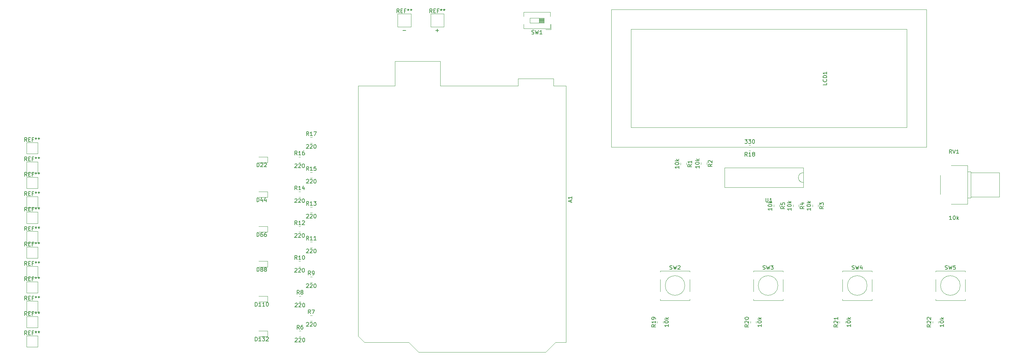
<source format=gbr>
%TF.GenerationSoftware,KiCad,Pcbnew,(5.1.8)-1*%
%TF.CreationDate,2021-03-15T17:45:29+02:00*%
%TF.ProjectId,guitar_second,67756974-6172-45f7-9365-636f6e642e6b,rev?*%
%TF.SameCoordinates,Original*%
%TF.FileFunction,Legend,Top*%
%TF.FilePolarity,Positive*%
%FSLAX46Y46*%
G04 Gerber Fmt 4.6, Leading zero omitted, Abs format (unit mm)*
G04 Created by KiCad (PCBNEW (5.1.8)-1) date 2021-03-15 17:45:29*
%MOMM*%
%LPD*%
G01*
G04 APERTURE LIST*
%ADD10C,0.120000*%
%ADD11C,0.150000*%
G04 APERTURE END LIST*
D10*
%TO.C,LCD1*%
X257840000Y-97450000D02*
X186720000Y-97450000D01*
X257840000Y-72050000D02*
X257840000Y-97450000D01*
X186720000Y-72050000D02*
X257840000Y-72050000D01*
X186720000Y-97450000D02*
X186720000Y-72050000D01*
X181640000Y-102530000D02*
X181640000Y-92370000D01*
X262920000Y-102530000D02*
X181640000Y-102530000D01*
X262920000Y-66970000D02*
X262920000Y-102530000D01*
X181640000Y-66970000D02*
X262920000Y-66970000D01*
X181640000Y-102530000D02*
X181640000Y-66970000D01*
%TO.C,U1*%
X231140000Y-107860000D02*
X231140000Y-112940000D01*
X210820000Y-107860000D02*
X231140000Y-107860000D01*
X210820000Y-112940000D02*
X210820000Y-107860000D01*
X231140000Y-112940000D02*
X210820000Y-112940000D01*
X231140000Y-111670000D02*
G75*
G02*
X229870000Y-110400000I0J1270000D01*
G01*
X231140000Y-111670000D02*
G75*
G02*
X231140000Y-109130000I0J1270000D01*
G01*
%TO.C,REF\u002A\u002A*%
X126550000Y-68050000D02*
X129950000Y-68050000D01*
X129950000Y-68050000D02*
X129950000Y-71450000D01*
X129950000Y-71450000D02*
X126550000Y-71450000D01*
X126550000Y-71450000D02*
X126550000Y-68050000D01*
X135050000Y-68050000D02*
X138450000Y-68050000D01*
X138450000Y-68050000D02*
X138450000Y-71450000D01*
X138450000Y-71450000D02*
X135050000Y-71450000D01*
X135050000Y-71450000D02*
X135050000Y-68050000D01*
X30800000Y-151300000D02*
X33700000Y-151300000D01*
X33700000Y-151300000D02*
X33700000Y-154200000D01*
X33700000Y-154200000D02*
X30800000Y-154200000D01*
X30800000Y-154200000D02*
X30800000Y-151300000D01*
X30800000Y-146300000D02*
X33700000Y-146300000D01*
X33700000Y-146300000D02*
X33700000Y-149200000D01*
X33700000Y-149200000D02*
X30800000Y-149200000D01*
X30800000Y-149200000D02*
X30800000Y-146300000D01*
X30800000Y-142300000D02*
X33700000Y-142300000D01*
X33700000Y-142300000D02*
X33700000Y-145200000D01*
X33700000Y-145200000D02*
X30800000Y-145200000D01*
X30800000Y-145200000D02*
X30800000Y-142300000D01*
X30800000Y-137300000D02*
X33700000Y-137300000D01*
X33700000Y-137300000D02*
X33700000Y-140200000D01*
X33700000Y-140200000D02*
X30800000Y-140200000D01*
X30800000Y-140200000D02*
X30800000Y-137300000D01*
X30800000Y-133300000D02*
X33700000Y-133300000D01*
X33700000Y-133300000D02*
X33700000Y-136200000D01*
X33700000Y-136200000D02*
X30800000Y-136200000D01*
X30800000Y-136200000D02*
X30800000Y-133300000D01*
X30800000Y-128300000D02*
X33700000Y-128300000D01*
X33700000Y-128300000D02*
X33700000Y-131200000D01*
X33700000Y-131200000D02*
X30800000Y-131200000D01*
X30800000Y-131200000D02*
X30800000Y-128300000D01*
X30800000Y-124300000D02*
X33700000Y-124300000D01*
X33700000Y-124300000D02*
X33700000Y-127200000D01*
X33700000Y-127200000D02*
X30800000Y-127200000D01*
X30800000Y-127200000D02*
X30800000Y-124300000D01*
X30800000Y-119300000D02*
X33700000Y-119300000D01*
X33700000Y-119300000D02*
X33700000Y-122200000D01*
X33700000Y-122200000D02*
X30800000Y-122200000D01*
X30800000Y-122200000D02*
X30800000Y-119300000D01*
X30800000Y-115300000D02*
X33700000Y-115300000D01*
X33700000Y-115300000D02*
X33700000Y-118200000D01*
X33700000Y-118200000D02*
X30800000Y-118200000D01*
X30800000Y-118200000D02*
X30800000Y-115300000D01*
X30800000Y-110300000D02*
X33700000Y-110300000D01*
X33700000Y-110300000D02*
X33700000Y-113200000D01*
X33700000Y-113200000D02*
X30800000Y-113200000D01*
X30800000Y-113200000D02*
X30800000Y-110300000D01*
X30800000Y-106300000D02*
X33700000Y-106300000D01*
X33700000Y-106300000D02*
X33700000Y-109200000D01*
X33700000Y-109200000D02*
X30800000Y-109200000D01*
X30800000Y-109200000D02*
X30800000Y-106300000D01*
X30800000Y-101300000D02*
X33700000Y-101300000D01*
X33700000Y-101300000D02*
X33700000Y-104200000D01*
X33700000Y-104200000D02*
X30800000Y-104200000D01*
X30800000Y-104200000D02*
X30800000Y-101300000D01*
%TO.C,A1*%
X129400000Y-152980000D02*
X131940000Y-155520000D01*
X117970000Y-152980000D02*
X129400000Y-152980000D01*
X116320000Y-151330000D02*
X117970000Y-152980000D01*
X116320000Y-86680000D02*
X116320000Y-151330000D01*
X125850000Y-86680000D02*
X116320000Y-86680000D01*
X125850000Y-80330000D02*
X125850000Y-86680000D01*
X137530000Y-80330000D02*
X125850000Y-80330000D01*
X137530000Y-86680000D02*
X137530000Y-80330000D01*
X157600000Y-86680000D02*
X137530000Y-86680000D01*
X157600000Y-84780000D02*
X157600000Y-86680000D01*
X166740000Y-84780000D02*
X157600000Y-84780000D01*
X166740000Y-86680000D02*
X166740000Y-84780000D01*
X169920000Y-86680000D02*
X166740000Y-86680000D01*
X169920000Y-152980000D02*
X169920000Y-86680000D01*
X167250000Y-152980000D02*
X169920000Y-152980000D01*
X164710000Y-155520000D02*
X167250000Y-152980000D01*
X131940000Y-155520000D02*
X164710000Y-155520000D01*
%TO.C,D22*%
X90662500Y-106485000D02*
X92947500Y-106485000D01*
X92947500Y-106485000D02*
X92947500Y-105015000D01*
X92947500Y-105015000D02*
X90662500Y-105015000D01*
%TO.C,D44*%
X90662500Y-115485000D02*
X92947500Y-115485000D01*
X92947500Y-115485000D02*
X92947500Y-114015000D01*
X92947500Y-114015000D02*
X90662500Y-114015000D01*
%TO.C,D66*%
X90662500Y-124485000D02*
X92947500Y-124485000D01*
X92947500Y-124485000D02*
X92947500Y-123015000D01*
X92947500Y-123015000D02*
X90662500Y-123015000D01*
%TO.C,D88*%
X92947500Y-132015000D02*
X90662500Y-132015000D01*
X92947500Y-133485000D02*
X92947500Y-132015000D01*
X90662500Y-133485000D02*
X92947500Y-133485000D01*
%TO.C,D110*%
X90662500Y-142485000D02*
X92947500Y-142485000D01*
X92947500Y-142485000D02*
X92947500Y-141015000D01*
X92947500Y-141015000D02*
X90662500Y-141015000D01*
%TO.C,D132*%
X90662500Y-151485000D02*
X92947500Y-151485000D01*
X92947500Y-151485000D02*
X92947500Y-150015000D01*
X92947500Y-150015000D02*
X90662500Y-150015000D01*
%TO.C,R1*%
X199515000Y-106610436D02*
X199515000Y-107064564D01*
X200985000Y-106610436D02*
X200985000Y-107064564D01*
%TO.C,R2*%
X204765000Y-106522936D02*
X204765000Y-106977064D01*
X206235000Y-106522936D02*
X206235000Y-106977064D01*
%TO.C,R3*%
X234985000Y-117435436D02*
X234985000Y-117889564D01*
X233515000Y-117435436D02*
X233515000Y-117889564D01*
%TO.C,R4*%
X228515000Y-117435436D02*
X228515000Y-117889564D01*
X229985000Y-117435436D02*
X229985000Y-117889564D01*
%TO.C,R5*%
X224985000Y-117435436D02*
X224985000Y-117889564D01*
X223515000Y-117435436D02*
X223515000Y-117889564D01*
%TO.C,R6*%
X101110436Y-151485000D02*
X101564564Y-151485000D01*
X101110436Y-150015000D02*
X101564564Y-150015000D01*
%TO.C,R7*%
X104022936Y-146015000D02*
X104477064Y-146015000D01*
X104022936Y-147485000D02*
X104477064Y-147485000D01*
%TO.C,R8*%
X101110436Y-142485000D02*
X101564564Y-142485000D01*
X101110436Y-141015000D02*
X101564564Y-141015000D01*
%TO.C,R9*%
X104022936Y-136015000D02*
X104477064Y-136015000D01*
X104022936Y-137485000D02*
X104477064Y-137485000D01*
%TO.C,R10*%
X101022936Y-133485000D02*
X101477064Y-133485000D01*
X101022936Y-132015000D02*
X101477064Y-132015000D01*
%TO.C,R11*%
X104022936Y-127015000D02*
X104477064Y-127015000D01*
X104022936Y-128485000D02*
X104477064Y-128485000D01*
%TO.C,R12*%
X101022936Y-124485000D02*
X101477064Y-124485000D01*
X101022936Y-123015000D02*
X101477064Y-123015000D01*
%TO.C,R13*%
X104022936Y-118015000D02*
X104477064Y-118015000D01*
X104022936Y-119485000D02*
X104477064Y-119485000D01*
%TO.C,R14*%
X101022936Y-114015000D02*
X101477064Y-114015000D01*
X101022936Y-115485000D02*
X101477064Y-115485000D01*
%TO.C,R15*%
X104022936Y-110485000D02*
X104477064Y-110485000D01*
X104022936Y-109015000D02*
X104477064Y-109015000D01*
%TO.C,R16*%
X101022936Y-106485000D02*
X101477064Y-106485000D01*
X101022936Y-105015000D02*
X101477064Y-105015000D01*
%TO.C,R17*%
X104022936Y-100015000D02*
X104477064Y-100015000D01*
X104022936Y-101485000D02*
X104477064Y-101485000D01*
%TO.C,R18*%
X217564564Y-103485000D02*
X217110436Y-103485000D01*
X217564564Y-102015000D02*
X217110436Y-102015000D01*
%TO.C,R19*%
X193515000Y-147977064D02*
X193515000Y-147522936D01*
X194985000Y-147977064D02*
X194985000Y-147522936D01*
%TO.C,R20*%
X217515000Y-147977064D02*
X217515000Y-147522936D01*
X218985000Y-147977064D02*
X218985000Y-147522936D01*
%TO.C,R21*%
X241985000Y-147977064D02*
X241985000Y-147522936D01*
X240515000Y-147977064D02*
X240515000Y-147522936D01*
%TO.C,R22*%
X265985000Y-147977064D02*
X265985000Y-147522936D01*
X264515000Y-147977064D02*
X264515000Y-147522936D01*
%TO.C,RV1*%
X281720000Y-109130000D02*
X281720000Y-115370000D01*
X274320000Y-109130000D02*
X274320000Y-115370000D01*
X274320000Y-115370000D02*
X281720000Y-115370000D01*
X274320000Y-109130000D02*
X281720000Y-109130000D01*
X274320000Y-108880000D02*
X274320000Y-115620000D01*
X273520000Y-108880000D02*
X273520000Y-115620000D01*
X273520000Y-115620000D02*
X274320000Y-115620000D01*
X273520000Y-108880000D02*
X274320000Y-108880000D01*
X273520000Y-107229000D02*
X273520000Y-117270000D01*
X266480000Y-109806000D02*
X266480000Y-114695000D01*
X269255000Y-117270000D02*
X273520000Y-117270000D01*
X269255000Y-107229000D02*
X273520000Y-107229000D01*
%TO.C,SW1*%
X163043333Y-70385000D02*
X163043333Y-69115000D01*
X164250000Y-69185000D02*
X163043333Y-69185000D01*
X164250000Y-69305000D02*
X163043333Y-69305000D01*
X164250000Y-69425000D02*
X163043333Y-69425000D01*
X164250000Y-69545000D02*
X163043333Y-69545000D01*
X164250000Y-69665000D02*
X163043333Y-69665000D01*
X164250000Y-69785000D02*
X163043333Y-69785000D01*
X164250000Y-69905000D02*
X163043333Y-69905000D01*
X164250000Y-70025000D02*
X163043333Y-70025000D01*
X164250000Y-70145000D02*
X163043333Y-70145000D01*
X164250000Y-70265000D02*
X163043333Y-70265000D01*
X160630000Y-70385000D02*
X164250000Y-70385000D01*
X160630000Y-69115000D02*
X160630000Y-70385000D01*
X164250000Y-69115000D02*
X160630000Y-69115000D01*
X164250000Y-70385000D02*
X164250000Y-69115000D01*
X166090000Y-72100000D02*
X166090000Y-70790000D01*
X166090000Y-72100000D02*
X164707000Y-72100000D01*
X159029000Y-68760000D02*
X159029000Y-67640000D01*
X159029000Y-71860000D02*
X159029000Y-70740000D01*
X165850000Y-68710000D02*
X165850000Y-67640000D01*
X165850000Y-71860000D02*
X165850000Y-70790000D01*
X165850000Y-67640000D02*
X159029000Y-67640000D01*
X165850000Y-71860000D02*
X159029000Y-71860000D01*
%TO.C,SW2*%
X200600000Y-138290000D02*
G75*
G03*
X200600000Y-138290000I-2540000J0D01*
G01*
X194250000Y-141800000D02*
X194250000Y-142100000D01*
X201870000Y-141800000D02*
X201870000Y-142100000D01*
X194250000Y-136720000D02*
X194250000Y-139860000D01*
X201870000Y-136720000D02*
X201870000Y-139860000D01*
X194250000Y-134480000D02*
X194250000Y-134780000D01*
X201870000Y-142100000D02*
X194250000Y-142100000D01*
X201870000Y-134480000D02*
X201870000Y-134780000D01*
X194250000Y-134480000D02*
X201870000Y-134480000D01*
%TO.C,SW3*%
X218250000Y-134480000D02*
X225870000Y-134480000D01*
X225870000Y-134480000D02*
X225870000Y-134780000D01*
X225870000Y-142100000D02*
X218250000Y-142100000D01*
X218250000Y-134480000D02*
X218250000Y-134780000D01*
X225870000Y-136720000D02*
X225870000Y-139860000D01*
X218250000Y-136720000D02*
X218250000Y-139860000D01*
X225870000Y-141800000D02*
X225870000Y-142100000D01*
X218250000Y-141800000D02*
X218250000Y-142100000D01*
X224600000Y-138290000D02*
G75*
G03*
X224600000Y-138290000I-2540000J0D01*
G01*
%TO.C,SW4*%
X241250000Y-134480000D02*
X248870000Y-134480000D01*
X248870000Y-134480000D02*
X248870000Y-134780000D01*
X248870000Y-142100000D02*
X241250000Y-142100000D01*
X241250000Y-134480000D02*
X241250000Y-134780000D01*
X248870000Y-136720000D02*
X248870000Y-139860000D01*
X241250000Y-136720000D02*
X241250000Y-139860000D01*
X248870000Y-141800000D02*
X248870000Y-142100000D01*
X241250000Y-141800000D02*
X241250000Y-142100000D01*
X247600000Y-138290000D02*
G75*
G03*
X247600000Y-138290000I-2540000J0D01*
G01*
%TO.C,SW5*%
X271600000Y-138290000D02*
G75*
G03*
X271600000Y-138290000I-2540000J0D01*
G01*
X265250000Y-141800000D02*
X265250000Y-142100000D01*
X272870000Y-141800000D02*
X272870000Y-142100000D01*
X265250000Y-136720000D02*
X265250000Y-139860000D01*
X272870000Y-136720000D02*
X272870000Y-139860000D01*
X265250000Y-134480000D02*
X265250000Y-134780000D01*
X272870000Y-142100000D02*
X265250000Y-142100000D01*
X272870000Y-134480000D02*
X272870000Y-134780000D01*
X265250000Y-134480000D02*
X272870000Y-134480000D01*
%TO.C,LCD1*%
D11*
X237202380Y-85916666D02*
X237202380Y-86392857D01*
X236202380Y-86392857D01*
X237107142Y-85011904D02*
X237154761Y-85059523D01*
X237202380Y-85202380D01*
X237202380Y-85297619D01*
X237154761Y-85440476D01*
X237059523Y-85535714D01*
X236964285Y-85583333D01*
X236773809Y-85630952D01*
X236630952Y-85630952D01*
X236440476Y-85583333D01*
X236345238Y-85535714D01*
X236250000Y-85440476D01*
X236202380Y-85297619D01*
X236202380Y-85202380D01*
X236250000Y-85059523D01*
X236297619Y-85011904D01*
X237202380Y-84583333D02*
X236202380Y-84583333D01*
X236202380Y-84345238D01*
X236250000Y-84202380D01*
X236345238Y-84107142D01*
X236440476Y-84059523D01*
X236630952Y-84011904D01*
X236773809Y-84011904D01*
X236964285Y-84059523D01*
X237059523Y-84107142D01*
X237154761Y-84202380D01*
X237202380Y-84345238D01*
X237202380Y-84583333D01*
X237202380Y-83059523D02*
X237202380Y-83630952D01*
X237202380Y-83345238D02*
X236202380Y-83345238D01*
X236345238Y-83440476D01*
X236440476Y-83535714D01*
X236488095Y-83630952D01*
%TO.C,U1*%
X221488095Y-115702380D02*
X221488095Y-116511904D01*
X221535714Y-116607142D01*
X221583333Y-116654761D01*
X221678571Y-116702380D01*
X221869047Y-116702380D01*
X221964285Y-116654761D01*
X222011904Y-116607142D01*
X222059523Y-116511904D01*
X222059523Y-115702380D01*
X223059523Y-116702380D02*
X222488095Y-116702380D01*
X222773809Y-116702380D02*
X222773809Y-115702380D01*
X222678571Y-115845238D01*
X222583333Y-115940476D01*
X222488095Y-115988095D01*
%TO.C,REF\u002A\u002A*%
X126916666Y-67804380D02*
X126583333Y-67328190D01*
X126345238Y-67804380D02*
X126345238Y-66804380D01*
X126726190Y-66804380D01*
X126821428Y-66852000D01*
X126869047Y-66899619D01*
X126916666Y-66994857D01*
X126916666Y-67137714D01*
X126869047Y-67232952D01*
X126821428Y-67280571D01*
X126726190Y-67328190D01*
X126345238Y-67328190D01*
X127345238Y-67280571D02*
X127678571Y-67280571D01*
X127821428Y-67804380D02*
X127345238Y-67804380D01*
X127345238Y-66804380D01*
X127821428Y-66804380D01*
X128583333Y-67280571D02*
X128250000Y-67280571D01*
X128250000Y-67804380D02*
X128250000Y-66804380D01*
X128726190Y-66804380D01*
X129250000Y-66804380D02*
X129250000Y-67042476D01*
X129011904Y-66947238D02*
X129250000Y-67042476D01*
X129488095Y-66947238D01*
X129107142Y-67232952D02*
X129250000Y-67042476D01*
X129392857Y-67232952D01*
X130011904Y-66804380D02*
X130011904Y-67042476D01*
X129773809Y-66947238D02*
X130011904Y-67042476D01*
X130250000Y-66947238D01*
X129869047Y-67232952D02*
X130011904Y-67042476D01*
X130154761Y-67232952D01*
X127869047Y-72371428D02*
X128630952Y-72371428D01*
X135416666Y-67804380D02*
X135083333Y-67328190D01*
X134845238Y-67804380D02*
X134845238Y-66804380D01*
X135226190Y-66804380D01*
X135321428Y-66852000D01*
X135369047Y-66899619D01*
X135416666Y-66994857D01*
X135416666Y-67137714D01*
X135369047Y-67232952D01*
X135321428Y-67280571D01*
X135226190Y-67328190D01*
X134845238Y-67328190D01*
X135845238Y-67280571D02*
X136178571Y-67280571D01*
X136321428Y-67804380D02*
X135845238Y-67804380D01*
X135845238Y-66804380D01*
X136321428Y-66804380D01*
X137083333Y-67280571D02*
X136750000Y-67280571D01*
X136750000Y-67804380D02*
X136750000Y-66804380D01*
X137226190Y-66804380D01*
X137750000Y-66804380D02*
X137750000Y-67042476D01*
X137511904Y-66947238D02*
X137750000Y-67042476D01*
X137988095Y-66947238D01*
X137607142Y-67232952D02*
X137750000Y-67042476D01*
X137892857Y-67232952D01*
X138511904Y-66804380D02*
X138511904Y-67042476D01*
X138273809Y-66947238D02*
X138511904Y-67042476D01*
X138750000Y-66947238D01*
X138369047Y-67232952D02*
X138511904Y-67042476D01*
X138654761Y-67232952D01*
X136369047Y-72371428D02*
X137130952Y-72371428D01*
X136750000Y-72752380D02*
X136750000Y-71990476D01*
X30916666Y-151054380D02*
X30583333Y-150578190D01*
X30345238Y-151054380D02*
X30345238Y-150054380D01*
X30726190Y-150054380D01*
X30821428Y-150102000D01*
X30869047Y-150149619D01*
X30916666Y-150244857D01*
X30916666Y-150387714D01*
X30869047Y-150482952D01*
X30821428Y-150530571D01*
X30726190Y-150578190D01*
X30345238Y-150578190D01*
X31345238Y-150530571D02*
X31678571Y-150530571D01*
X31821428Y-151054380D02*
X31345238Y-151054380D01*
X31345238Y-150054380D01*
X31821428Y-150054380D01*
X32583333Y-150530571D02*
X32250000Y-150530571D01*
X32250000Y-151054380D02*
X32250000Y-150054380D01*
X32726190Y-150054380D01*
X33250000Y-150054380D02*
X33250000Y-150292476D01*
X33011904Y-150197238D02*
X33250000Y-150292476D01*
X33488095Y-150197238D01*
X33107142Y-150482952D02*
X33250000Y-150292476D01*
X33392857Y-150482952D01*
X34011904Y-150054380D02*
X34011904Y-150292476D01*
X33773809Y-150197238D02*
X34011904Y-150292476D01*
X34250000Y-150197238D01*
X33869047Y-150482952D02*
X34011904Y-150292476D01*
X34154761Y-150482952D01*
X30916666Y-146054380D02*
X30583333Y-145578190D01*
X30345238Y-146054380D02*
X30345238Y-145054380D01*
X30726190Y-145054380D01*
X30821428Y-145102000D01*
X30869047Y-145149619D01*
X30916666Y-145244857D01*
X30916666Y-145387714D01*
X30869047Y-145482952D01*
X30821428Y-145530571D01*
X30726190Y-145578190D01*
X30345238Y-145578190D01*
X31345238Y-145530571D02*
X31678571Y-145530571D01*
X31821428Y-146054380D02*
X31345238Y-146054380D01*
X31345238Y-145054380D01*
X31821428Y-145054380D01*
X32583333Y-145530571D02*
X32250000Y-145530571D01*
X32250000Y-146054380D02*
X32250000Y-145054380D01*
X32726190Y-145054380D01*
X33250000Y-145054380D02*
X33250000Y-145292476D01*
X33011904Y-145197238D02*
X33250000Y-145292476D01*
X33488095Y-145197238D01*
X33107142Y-145482952D02*
X33250000Y-145292476D01*
X33392857Y-145482952D01*
X34011904Y-145054380D02*
X34011904Y-145292476D01*
X33773809Y-145197238D02*
X34011904Y-145292476D01*
X34250000Y-145197238D01*
X33869047Y-145482952D02*
X34011904Y-145292476D01*
X34154761Y-145482952D01*
X30916666Y-142054380D02*
X30583333Y-141578190D01*
X30345238Y-142054380D02*
X30345238Y-141054380D01*
X30726190Y-141054380D01*
X30821428Y-141102000D01*
X30869047Y-141149619D01*
X30916666Y-141244857D01*
X30916666Y-141387714D01*
X30869047Y-141482952D01*
X30821428Y-141530571D01*
X30726190Y-141578190D01*
X30345238Y-141578190D01*
X31345238Y-141530571D02*
X31678571Y-141530571D01*
X31821428Y-142054380D02*
X31345238Y-142054380D01*
X31345238Y-141054380D01*
X31821428Y-141054380D01*
X32583333Y-141530571D02*
X32250000Y-141530571D01*
X32250000Y-142054380D02*
X32250000Y-141054380D01*
X32726190Y-141054380D01*
X33250000Y-141054380D02*
X33250000Y-141292476D01*
X33011904Y-141197238D02*
X33250000Y-141292476D01*
X33488095Y-141197238D01*
X33107142Y-141482952D02*
X33250000Y-141292476D01*
X33392857Y-141482952D01*
X34011904Y-141054380D02*
X34011904Y-141292476D01*
X33773809Y-141197238D02*
X34011904Y-141292476D01*
X34250000Y-141197238D01*
X33869047Y-141482952D02*
X34011904Y-141292476D01*
X34154761Y-141482952D01*
X30916666Y-137054380D02*
X30583333Y-136578190D01*
X30345238Y-137054380D02*
X30345238Y-136054380D01*
X30726190Y-136054380D01*
X30821428Y-136102000D01*
X30869047Y-136149619D01*
X30916666Y-136244857D01*
X30916666Y-136387714D01*
X30869047Y-136482952D01*
X30821428Y-136530571D01*
X30726190Y-136578190D01*
X30345238Y-136578190D01*
X31345238Y-136530571D02*
X31678571Y-136530571D01*
X31821428Y-137054380D02*
X31345238Y-137054380D01*
X31345238Y-136054380D01*
X31821428Y-136054380D01*
X32583333Y-136530571D02*
X32250000Y-136530571D01*
X32250000Y-137054380D02*
X32250000Y-136054380D01*
X32726190Y-136054380D01*
X33250000Y-136054380D02*
X33250000Y-136292476D01*
X33011904Y-136197238D02*
X33250000Y-136292476D01*
X33488095Y-136197238D01*
X33107142Y-136482952D02*
X33250000Y-136292476D01*
X33392857Y-136482952D01*
X34011904Y-136054380D02*
X34011904Y-136292476D01*
X33773809Y-136197238D02*
X34011904Y-136292476D01*
X34250000Y-136197238D01*
X33869047Y-136482952D02*
X34011904Y-136292476D01*
X34154761Y-136482952D01*
X30916666Y-133054380D02*
X30583333Y-132578190D01*
X30345238Y-133054380D02*
X30345238Y-132054380D01*
X30726190Y-132054380D01*
X30821428Y-132102000D01*
X30869047Y-132149619D01*
X30916666Y-132244857D01*
X30916666Y-132387714D01*
X30869047Y-132482952D01*
X30821428Y-132530571D01*
X30726190Y-132578190D01*
X30345238Y-132578190D01*
X31345238Y-132530571D02*
X31678571Y-132530571D01*
X31821428Y-133054380D02*
X31345238Y-133054380D01*
X31345238Y-132054380D01*
X31821428Y-132054380D01*
X32583333Y-132530571D02*
X32250000Y-132530571D01*
X32250000Y-133054380D02*
X32250000Y-132054380D01*
X32726190Y-132054380D01*
X33250000Y-132054380D02*
X33250000Y-132292476D01*
X33011904Y-132197238D02*
X33250000Y-132292476D01*
X33488095Y-132197238D01*
X33107142Y-132482952D02*
X33250000Y-132292476D01*
X33392857Y-132482952D01*
X34011904Y-132054380D02*
X34011904Y-132292476D01*
X33773809Y-132197238D02*
X34011904Y-132292476D01*
X34250000Y-132197238D01*
X33869047Y-132482952D02*
X34011904Y-132292476D01*
X34154761Y-132482952D01*
X30916666Y-128054380D02*
X30583333Y-127578190D01*
X30345238Y-128054380D02*
X30345238Y-127054380D01*
X30726190Y-127054380D01*
X30821428Y-127102000D01*
X30869047Y-127149619D01*
X30916666Y-127244857D01*
X30916666Y-127387714D01*
X30869047Y-127482952D01*
X30821428Y-127530571D01*
X30726190Y-127578190D01*
X30345238Y-127578190D01*
X31345238Y-127530571D02*
X31678571Y-127530571D01*
X31821428Y-128054380D02*
X31345238Y-128054380D01*
X31345238Y-127054380D01*
X31821428Y-127054380D01*
X32583333Y-127530571D02*
X32250000Y-127530571D01*
X32250000Y-128054380D02*
X32250000Y-127054380D01*
X32726190Y-127054380D01*
X33250000Y-127054380D02*
X33250000Y-127292476D01*
X33011904Y-127197238D02*
X33250000Y-127292476D01*
X33488095Y-127197238D01*
X33107142Y-127482952D02*
X33250000Y-127292476D01*
X33392857Y-127482952D01*
X34011904Y-127054380D02*
X34011904Y-127292476D01*
X33773809Y-127197238D02*
X34011904Y-127292476D01*
X34250000Y-127197238D01*
X33869047Y-127482952D02*
X34011904Y-127292476D01*
X34154761Y-127482952D01*
X30916666Y-124054380D02*
X30583333Y-123578190D01*
X30345238Y-124054380D02*
X30345238Y-123054380D01*
X30726190Y-123054380D01*
X30821428Y-123102000D01*
X30869047Y-123149619D01*
X30916666Y-123244857D01*
X30916666Y-123387714D01*
X30869047Y-123482952D01*
X30821428Y-123530571D01*
X30726190Y-123578190D01*
X30345238Y-123578190D01*
X31345238Y-123530571D02*
X31678571Y-123530571D01*
X31821428Y-124054380D02*
X31345238Y-124054380D01*
X31345238Y-123054380D01*
X31821428Y-123054380D01*
X32583333Y-123530571D02*
X32250000Y-123530571D01*
X32250000Y-124054380D02*
X32250000Y-123054380D01*
X32726190Y-123054380D01*
X33250000Y-123054380D02*
X33250000Y-123292476D01*
X33011904Y-123197238D02*
X33250000Y-123292476D01*
X33488095Y-123197238D01*
X33107142Y-123482952D02*
X33250000Y-123292476D01*
X33392857Y-123482952D01*
X34011904Y-123054380D02*
X34011904Y-123292476D01*
X33773809Y-123197238D02*
X34011904Y-123292476D01*
X34250000Y-123197238D01*
X33869047Y-123482952D02*
X34011904Y-123292476D01*
X34154761Y-123482952D01*
X30916666Y-119054380D02*
X30583333Y-118578190D01*
X30345238Y-119054380D02*
X30345238Y-118054380D01*
X30726190Y-118054380D01*
X30821428Y-118102000D01*
X30869047Y-118149619D01*
X30916666Y-118244857D01*
X30916666Y-118387714D01*
X30869047Y-118482952D01*
X30821428Y-118530571D01*
X30726190Y-118578190D01*
X30345238Y-118578190D01*
X31345238Y-118530571D02*
X31678571Y-118530571D01*
X31821428Y-119054380D02*
X31345238Y-119054380D01*
X31345238Y-118054380D01*
X31821428Y-118054380D01*
X32583333Y-118530571D02*
X32250000Y-118530571D01*
X32250000Y-119054380D02*
X32250000Y-118054380D01*
X32726190Y-118054380D01*
X33250000Y-118054380D02*
X33250000Y-118292476D01*
X33011904Y-118197238D02*
X33250000Y-118292476D01*
X33488095Y-118197238D01*
X33107142Y-118482952D02*
X33250000Y-118292476D01*
X33392857Y-118482952D01*
X34011904Y-118054380D02*
X34011904Y-118292476D01*
X33773809Y-118197238D02*
X34011904Y-118292476D01*
X34250000Y-118197238D01*
X33869047Y-118482952D02*
X34011904Y-118292476D01*
X34154761Y-118482952D01*
X30916666Y-115054380D02*
X30583333Y-114578190D01*
X30345238Y-115054380D02*
X30345238Y-114054380D01*
X30726190Y-114054380D01*
X30821428Y-114102000D01*
X30869047Y-114149619D01*
X30916666Y-114244857D01*
X30916666Y-114387714D01*
X30869047Y-114482952D01*
X30821428Y-114530571D01*
X30726190Y-114578190D01*
X30345238Y-114578190D01*
X31345238Y-114530571D02*
X31678571Y-114530571D01*
X31821428Y-115054380D02*
X31345238Y-115054380D01*
X31345238Y-114054380D01*
X31821428Y-114054380D01*
X32583333Y-114530571D02*
X32250000Y-114530571D01*
X32250000Y-115054380D02*
X32250000Y-114054380D01*
X32726190Y-114054380D01*
X33250000Y-114054380D02*
X33250000Y-114292476D01*
X33011904Y-114197238D02*
X33250000Y-114292476D01*
X33488095Y-114197238D01*
X33107142Y-114482952D02*
X33250000Y-114292476D01*
X33392857Y-114482952D01*
X34011904Y-114054380D02*
X34011904Y-114292476D01*
X33773809Y-114197238D02*
X34011904Y-114292476D01*
X34250000Y-114197238D01*
X33869047Y-114482952D02*
X34011904Y-114292476D01*
X34154761Y-114482952D01*
X30916666Y-110054380D02*
X30583333Y-109578190D01*
X30345238Y-110054380D02*
X30345238Y-109054380D01*
X30726190Y-109054380D01*
X30821428Y-109102000D01*
X30869047Y-109149619D01*
X30916666Y-109244857D01*
X30916666Y-109387714D01*
X30869047Y-109482952D01*
X30821428Y-109530571D01*
X30726190Y-109578190D01*
X30345238Y-109578190D01*
X31345238Y-109530571D02*
X31678571Y-109530571D01*
X31821428Y-110054380D02*
X31345238Y-110054380D01*
X31345238Y-109054380D01*
X31821428Y-109054380D01*
X32583333Y-109530571D02*
X32250000Y-109530571D01*
X32250000Y-110054380D02*
X32250000Y-109054380D01*
X32726190Y-109054380D01*
X33250000Y-109054380D02*
X33250000Y-109292476D01*
X33011904Y-109197238D02*
X33250000Y-109292476D01*
X33488095Y-109197238D01*
X33107142Y-109482952D02*
X33250000Y-109292476D01*
X33392857Y-109482952D01*
X34011904Y-109054380D02*
X34011904Y-109292476D01*
X33773809Y-109197238D02*
X34011904Y-109292476D01*
X34250000Y-109197238D01*
X33869047Y-109482952D02*
X34011904Y-109292476D01*
X34154761Y-109482952D01*
X30916666Y-106054380D02*
X30583333Y-105578190D01*
X30345238Y-106054380D02*
X30345238Y-105054380D01*
X30726190Y-105054380D01*
X30821428Y-105102000D01*
X30869047Y-105149619D01*
X30916666Y-105244857D01*
X30916666Y-105387714D01*
X30869047Y-105482952D01*
X30821428Y-105530571D01*
X30726190Y-105578190D01*
X30345238Y-105578190D01*
X31345238Y-105530571D02*
X31678571Y-105530571D01*
X31821428Y-106054380D02*
X31345238Y-106054380D01*
X31345238Y-105054380D01*
X31821428Y-105054380D01*
X32583333Y-105530571D02*
X32250000Y-105530571D01*
X32250000Y-106054380D02*
X32250000Y-105054380D01*
X32726190Y-105054380D01*
X33250000Y-105054380D02*
X33250000Y-105292476D01*
X33011904Y-105197238D02*
X33250000Y-105292476D01*
X33488095Y-105197238D01*
X33107142Y-105482952D02*
X33250000Y-105292476D01*
X33392857Y-105482952D01*
X34011904Y-105054380D02*
X34011904Y-105292476D01*
X33773809Y-105197238D02*
X34011904Y-105292476D01*
X34250000Y-105197238D01*
X33869047Y-105482952D02*
X34011904Y-105292476D01*
X34154761Y-105482952D01*
X30916666Y-101054380D02*
X30583333Y-100578190D01*
X30345238Y-101054380D02*
X30345238Y-100054380D01*
X30726190Y-100054380D01*
X30821428Y-100102000D01*
X30869047Y-100149619D01*
X30916666Y-100244857D01*
X30916666Y-100387714D01*
X30869047Y-100482952D01*
X30821428Y-100530571D01*
X30726190Y-100578190D01*
X30345238Y-100578190D01*
X31345238Y-100530571D02*
X31678571Y-100530571D01*
X31821428Y-101054380D02*
X31345238Y-101054380D01*
X31345238Y-100054380D01*
X31821428Y-100054380D01*
X32583333Y-100530571D02*
X32250000Y-100530571D01*
X32250000Y-101054380D02*
X32250000Y-100054380D01*
X32726190Y-100054380D01*
X33250000Y-100054380D02*
X33250000Y-100292476D01*
X33011904Y-100197238D02*
X33250000Y-100292476D01*
X33488095Y-100197238D01*
X33107142Y-100482952D02*
X33250000Y-100292476D01*
X33392857Y-100482952D01*
X34011904Y-100054380D02*
X34011904Y-100292476D01*
X33773809Y-100197238D02*
X34011904Y-100292476D01*
X34250000Y-100197238D01*
X33869047Y-100482952D02*
X34011904Y-100292476D01*
X34154761Y-100482952D01*
%TO.C,A1*%
X171226666Y-116734285D02*
X171226666Y-116258095D01*
X171512380Y-116829523D02*
X170512380Y-116496190D01*
X171512380Y-116162857D01*
X171512380Y-115305714D02*
X171512380Y-115877142D01*
X171512380Y-115591428D02*
X170512380Y-115591428D01*
X170655238Y-115686666D01*
X170750476Y-115781904D01*
X170798095Y-115877142D01*
%TO.C,D22*%
X90248214Y-107632380D02*
X90248214Y-106632380D01*
X90486309Y-106632380D01*
X90629166Y-106680000D01*
X90724404Y-106775238D01*
X90772023Y-106870476D01*
X90819642Y-107060952D01*
X90819642Y-107203809D01*
X90772023Y-107394285D01*
X90724404Y-107489523D01*
X90629166Y-107584761D01*
X90486309Y-107632380D01*
X90248214Y-107632380D01*
X91200595Y-106727619D02*
X91248214Y-106680000D01*
X91343452Y-106632380D01*
X91581547Y-106632380D01*
X91676785Y-106680000D01*
X91724404Y-106727619D01*
X91772023Y-106822857D01*
X91772023Y-106918095D01*
X91724404Y-107060952D01*
X91152976Y-107632380D01*
X91772023Y-107632380D01*
X92152976Y-106727619D02*
X92200595Y-106680000D01*
X92295833Y-106632380D01*
X92533928Y-106632380D01*
X92629166Y-106680000D01*
X92676785Y-106727619D01*
X92724404Y-106822857D01*
X92724404Y-106918095D01*
X92676785Y-107060952D01*
X92105357Y-107632380D01*
X92724404Y-107632380D01*
%TO.C,D44*%
X90248214Y-116632380D02*
X90248214Y-115632380D01*
X90486309Y-115632380D01*
X90629166Y-115680000D01*
X90724404Y-115775238D01*
X90772023Y-115870476D01*
X90819642Y-116060952D01*
X90819642Y-116203809D01*
X90772023Y-116394285D01*
X90724404Y-116489523D01*
X90629166Y-116584761D01*
X90486309Y-116632380D01*
X90248214Y-116632380D01*
X91676785Y-115965714D02*
X91676785Y-116632380D01*
X91438690Y-115584761D02*
X91200595Y-116299047D01*
X91819642Y-116299047D01*
X92629166Y-115965714D02*
X92629166Y-116632380D01*
X92391071Y-115584761D02*
X92152976Y-116299047D01*
X92772023Y-116299047D01*
%TO.C,D66*%
X90248214Y-125632380D02*
X90248214Y-124632380D01*
X90486309Y-124632380D01*
X90629166Y-124680000D01*
X90724404Y-124775238D01*
X90772023Y-124870476D01*
X90819642Y-125060952D01*
X90819642Y-125203809D01*
X90772023Y-125394285D01*
X90724404Y-125489523D01*
X90629166Y-125584761D01*
X90486309Y-125632380D01*
X90248214Y-125632380D01*
X91676785Y-124632380D02*
X91486309Y-124632380D01*
X91391071Y-124680000D01*
X91343452Y-124727619D01*
X91248214Y-124870476D01*
X91200595Y-125060952D01*
X91200595Y-125441904D01*
X91248214Y-125537142D01*
X91295833Y-125584761D01*
X91391071Y-125632380D01*
X91581547Y-125632380D01*
X91676785Y-125584761D01*
X91724404Y-125537142D01*
X91772023Y-125441904D01*
X91772023Y-125203809D01*
X91724404Y-125108571D01*
X91676785Y-125060952D01*
X91581547Y-125013333D01*
X91391071Y-125013333D01*
X91295833Y-125060952D01*
X91248214Y-125108571D01*
X91200595Y-125203809D01*
X92629166Y-124632380D02*
X92438690Y-124632380D01*
X92343452Y-124680000D01*
X92295833Y-124727619D01*
X92200595Y-124870476D01*
X92152976Y-125060952D01*
X92152976Y-125441904D01*
X92200595Y-125537142D01*
X92248214Y-125584761D01*
X92343452Y-125632380D01*
X92533928Y-125632380D01*
X92629166Y-125584761D01*
X92676785Y-125537142D01*
X92724404Y-125441904D01*
X92724404Y-125203809D01*
X92676785Y-125108571D01*
X92629166Y-125060952D01*
X92533928Y-125013333D01*
X92343452Y-125013333D01*
X92248214Y-125060952D01*
X92200595Y-125108571D01*
X92152976Y-125203809D01*
%TO.C,D88*%
X90248214Y-134632380D02*
X90248214Y-133632380D01*
X90486309Y-133632380D01*
X90629166Y-133680000D01*
X90724404Y-133775238D01*
X90772023Y-133870476D01*
X90819642Y-134060952D01*
X90819642Y-134203809D01*
X90772023Y-134394285D01*
X90724404Y-134489523D01*
X90629166Y-134584761D01*
X90486309Y-134632380D01*
X90248214Y-134632380D01*
X91391071Y-134060952D02*
X91295833Y-134013333D01*
X91248214Y-133965714D01*
X91200595Y-133870476D01*
X91200595Y-133822857D01*
X91248214Y-133727619D01*
X91295833Y-133680000D01*
X91391071Y-133632380D01*
X91581547Y-133632380D01*
X91676785Y-133680000D01*
X91724404Y-133727619D01*
X91772023Y-133822857D01*
X91772023Y-133870476D01*
X91724404Y-133965714D01*
X91676785Y-134013333D01*
X91581547Y-134060952D01*
X91391071Y-134060952D01*
X91295833Y-134108571D01*
X91248214Y-134156190D01*
X91200595Y-134251428D01*
X91200595Y-134441904D01*
X91248214Y-134537142D01*
X91295833Y-134584761D01*
X91391071Y-134632380D01*
X91581547Y-134632380D01*
X91676785Y-134584761D01*
X91724404Y-134537142D01*
X91772023Y-134441904D01*
X91772023Y-134251428D01*
X91724404Y-134156190D01*
X91676785Y-134108571D01*
X91581547Y-134060952D01*
X92343452Y-134060952D02*
X92248214Y-134013333D01*
X92200595Y-133965714D01*
X92152976Y-133870476D01*
X92152976Y-133822857D01*
X92200595Y-133727619D01*
X92248214Y-133680000D01*
X92343452Y-133632380D01*
X92533928Y-133632380D01*
X92629166Y-133680000D01*
X92676785Y-133727619D01*
X92724404Y-133822857D01*
X92724404Y-133870476D01*
X92676785Y-133965714D01*
X92629166Y-134013333D01*
X92533928Y-134060952D01*
X92343452Y-134060952D01*
X92248214Y-134108571D01*
X92200595Y-134156190D01*
X92152976Y-134251428D01*
X92152976Y-134441904D01*
X92200595Y-134537142D01*
X92248214Y-134584761D01*
X92343452Y-134632380D01*
X92533928Y-134632380D01*
X92629166Y-134584761D01*
X92676785Y-134537142D01*
X92724404Y-134441904D01*
X92724404Y-134251428D01*
X92676785Y-134156190D01*
X92629166Y-134108571D01*
X92533928Y-134060952D01*
%TO.C,D110*%
X89772023Y-143632380D02*
X89772023Y-142632380D01*
X90010119Y-142632380D01*
X90152976Y-142680000D01*
X90248214Y-142775238D01*
X90295833Y-142870476D01*
X90343452Y-143060952D01*
X90343452Y-143203809D01*
X90295833Y-143394285D01*
X90248214Y-143489523D01*
X90152976Y-143584761D01*
X90010119Y-143632380D01*
X89772023Y-143632380D01*
X91295833Y-143632380D02*
X90724404Y-143632380D01*
X91010119Y-143632380D02*
X91010119Y-142632380D01*
X90914880Y-142775238D01*
X90819642Y-142870476D01*
X90724404Y-142918095D01*
X92248214Y-143632380D02*
X91676785Y-143632380D01*
X91962500Y-143632380D02*
X91962500Y-142632380D01*
X91867261Y-142775238D01*
X91772023Y-142870476D01*
X91676785Y-142918095D01*
X92867261Y-142632380D02*
X92962500Y-142632380D01*
X93057738Y-142680000D01*
X93105357Y-142727619D01*
X93152976Y-142822857D01*
X93200595Y-143013333D01*
X93200595Y-143251428D01*
X93152976Y-143441904D01*
X93105357Y-143537142D01*
X93057738Y-143584761D01*
X92962500Y-143632380D01*
X92867261Y-143632380D01*
X92772023Y-143584761D01*
X92724404Y-143537142D01*
X92676785Y-143441904D01*
X92629166Y-143251428D01*
X92629166Y-143013333D01*
X92676785Y-142822857D01*
X92724404Y-142727619D01*
X92772023Y-142680000D01*
X92867261Y-142632380D01*
%TO.C,D132*%
X89772023Y-152632380D02*
X89772023Y-151632380D01*
X90010119Y-151632380D01*
X90152976Y-151680000D01*
X90248214Y-151775238D01*
X90295833Y-151870476D01*
X90343452Y-152060952D01*
X90343452Y-152203809D01*
X90295833Y-152394285D01*
X90248214Y-152489523D01*
X90152976Y-152584761D01*
X90010119Y-152632380D01*
X89772023Y-152632380D01*
X91295833Y-152632380D02*
X90724404Y-152632380D01*
X91010119Y-152632380D02*
X91010119Y-151632380D01*
X90914880Y-151775238D01*
X90819642Y-151870476D01*
X90724404Y-151918095D01*
X91629166Y-151632380D02*
X92248214Y-151632380D01*
X91914880Y-152013333D01*
X92057738Y-152013333D01*
X92152976Y-152060952D01*
X92200595Y-152108571D01*
X92248214Y-152203809D01*
X92248214Y-152441904D01*
X92200595Y-152537142D01*
X92152976Y-152584761D01*
X92057738Y-152632380D01*
X91772023Y-152632380D01*
X91676785Y-152584761D01*
X91629166Y-152537142D01*
X92629166Y-151727619D02*
X92676785Y-151680000D01*
X92772023Y-151632380D01*
X93010119Y-151632380D01*
X93105357Y-151680000D01*
X93152976Y-151727619D01*
X93200595Y-151822857D01*
X93200595Y-151918095D01*
X93152976Y-152060952D01*
X92581547Y-152632380D01*
X93200595Y-152632380D01*
%TO.C,R1*%
X202352380Y-107004166D02*
X201876190Y-107337500D01*
X202352380Y-107575595D02*
X201352380Y-107575595D01*
X201352380Y-107194642D01*
X201400000Y-107099404D01*
X201447619Y-107051785D01*
X201542857Y-107004166D01*
X201685714Y-107004166D01*
X201780952Y-107051785D01*
X201828571Y-107099404D01*
X201876190Y-107194642D01*
X201876190Y-107575595D01*
X202352380Y-106051785D02*
X202352380Y-106623214D01*
X202352380Y-106337500D02*
X201352380Y-106337500D01*
X201495238Y-106432738D01*
X201590476Y-106527976D01*
X201638095Y-106623214D01*
X199052380Y-107432738D02*
X199052380Y-108004166D01*
X199052380Y-107718452D02*
X198052380Y-107718452D01*
X198195238Y-107813690D01*
X198290476Y-107908928D01*
X198338095Y-108004166D01*
X198052380Y-106813690D02*
X198052380Y-106718452D01*
X198100000Y-106623214D01*
X198147619Y-106575595D01*
X198242857Y-106527976D01*
X198433333Y-106480357D01*
X198671428Y-106480357D01*
X198861904Y-106527976D01*
X198957142Y-106575595D01*
X199004761Y-106623214D01*
X199052380Y-106718452D01*
X199052380Y-106813690D01*
X199004761Y-106908928D01*
X198957142Y-106956547D01*
X198861904Y-107004166D01*
X198671428Y-107051785D01*
X198433333Y-107051785D01*
X198242857Y-107004166D01*
X198147619Y-106956547D01*
X198100000Y-106908928D01*
X198052380Y-106813690D01*
X199052380Y-106051785D02*
X198052380Y-106051785D01*
X198671428Y-105956547D02*
X199052380Y-105670833D01*
X198385714Y-105670833D02*
X198766666Y-106051785D01*
%TO.C,R2*%
X207602380Y-106916666D02*
X207126190Y-107250000D01*
X207602380Y-107488095D02*
X206602380Y-107488095D01*
X206602380Y-107107142D01*
X206650000Y-107011904D01*
X206697619Y-106964285D01*
X206792857Y-106916666D01*
X206935714Y-106916666D01*
X207030952Y-106964285D01*
X207078571Y-107011904D01*
X207126190Y-107107142D01*
X207126190Y-107488095D01*
X206697619Y-106535714D02*
X206650000Y-106488095D01*
X206602380Y-106392857D01*
X206602380Y-106154761D01*
X206650000Y-106059523D01*
X206697619Y-106011904D01*
X206792857Y-105964285D01*
X206888095Y-105964285D01*
X207030952Y-106011904D01*
X207602380Y-106583333D01*
X207602380Y-105964285D01*
X204302380Y-107345238D02*
X204302380Y-107916666D01*
X204302380Y-107630952D02*
X203302380Y-107630952D01*
X203445238Y-107726190D01*
X203540476Y-107821428D01*
X203588095Y-107916666D01*
X203302380Y-106726190D02*
X203302380Y-106630952D01*
X203350000Y-106535714D01*
X203397619Y-106488095D01*
X203492857Y-106440476D01*
X203683333Y-106392857D01*
X203921428Y-106392857D01*
X204111904Y-106440476D01*
X204207142Y-106488095D01*
X204254761Y-106535714D01*
X204302380Y-106630952D01*
X204302380Y-106726190D01*
X204254761Y-106821428D01*
X204207142Y-106869047D01*
X204111904Y-106916666D01*
X203921428Y-106964285D01*
X203683333Y-106964285D01*
X203492857Y-106916666D01*
X203397619Y-106869047D01*
X203350000Y-106821428D01*
X203302380Y-106726190D01*
X204302380Y-105964285D02*
X203302380Y-105964285D01*
X203921428Y-105869047D02*
X204302380Y-105583333D01*
X203635714Y-105583333D02*
X204016666Y-105964285D01*
%TO.C,R3*%
X236352380Y-117829166D02*
X235876190Y-118162500D01*
X236352380Y-118400595D02*
X235352380Y-118400595D01*
X235352380Y-118019642D01*
X235400000Y-117924404D01*
X235447619Y-117876785D01*
X235542857Y-117829166D01*
X235685714Y-117829166D01*
X235780952Y-117876785D01*
X235828571Y-117924404D01*
X235876190Y-118019642D01*
X235876190Y-118400595D01*
X235352380Y-117495833D02*
X235352380Y-116876785D01*
X235733333Y-117210119D01*
X235733333Y-117067261D01*
X235780952Y-116972023D01*
X235828571Y-116924404D01*
X235923809Y-116876785D01*
X236161904Y-116876785D01*
X236257142Y-116924404D01*
X236304761Y-116972023D01*
X236352380Y-117067261D01*
X236352380Y-117352976D01*
X236304761Y-117448214D01*
X236257142Y-117495833D01*
X233052380Y-118257738D02*
X233052380Y-118829166D01*
X233052380Y-118543452D02*
X232052380Y-118543452D01*
X232195238Y-118638690D01*
X232290476Y-118733928D01*
X232338095Y-118829166D01*
X232052380Y-117638690D02*
X232052380Y-117543452D01*
X232100000Y-117448214D01*
X232147619Y-117400595D01*
X232242857Y-117352976D01*
X232433333Y-117305357D01*
X232671428Y-117305357D01*
X232861904Y-117352976D01*
X232957142Y-117400595D01*
X233004761Y-117448214D01*
X233052380Y-117543452D01*
X233052380Y-117638690D01*
X233004761Y-117733928D01*
X232957142Y-117781547D01*
X232861904Y-117829166D01*
X232671428Y-117876785D01*
X232433333Y-117876785D01*
X232242857Y-117829166D01*
X232147619Y-117781547D01*
X232100000Y-117733928D01*
X232052380Y-117638690D01*
X233052380Y-116876785D02*
X232052380Y-116876785D01*
X232671428Y-116781547D02*
X233052380Y-116495833D01*
X232385714Y-116495833D02*
X232766666Y-116876785D01*
%TO.C,R4*%
X231352380Y-117829166D02*
X230876190Y-118162500D01*
X231352380Y-118400595D02*
X230352380Y-118400595D01*
X230352380Y-118019642D01*
X230400000Y-117924404D01*
X230447619Y-117876785D01*
X230542857Y-117829166D01*
X230685714Y-117829166D01*
X230780952Y-117876785D01*
X230828571Y-117924404D01*
X230876190Y-118019642D01*
X230876190Y-118400595D01*
X230685714Y-116972023D02*
X231352380Y-116972023D01*
X230304761Y-117210119D02*
X231019047Y-117448214D01*
X231019047Y-116829166D01*
X228052380Y-118257738D02*
X228052380Y-118829166D01*
X228052380Y-118543452D02*
X227052380Y-118543452D01*
X227195238Y-118638690D01*
X227290476Y-118733928D01*
X227338095Y-118829166D01*
X227052380Y-117638690D02*
X227052380Y-117543452D01*
X227100000Y-117448214D01*
X227147619Y-117400595D01*
X227242857Y-117352976D01*
X227433333Y-117305357D01*
X227671428Y-117305357D01*
X227861904Y-117352976D01*
X227957142Y-117400595D01*
X228004761Y-117448214D01*
X228052380Y-117543452D01*
X228052380Y-117638690D01*
X228004761Y-117733928D01*
X227957142Y-117781547D01*
X227861904Y-117829166D01*
X227671428Y-117876785D01*
X227433333Y-117876785D01*
X227242857Y-117829166D01*
X227147619Y-117781547D01*
X227100000Y-117733928D01*
X227052380Y-117638690D01*
X228052380Y-116876785D02*
X227052380Y-116876785D01*
X227671428Y-116781547D02*
X228052380Y-116495833D01*
X227385714Y-116495833D02*
X227766666Y-116876785D01*
%TO.C,R5*%
X226352380Y-117829166D02*
X225876190Y-118162500D01*
X226352380Y-118400595D02*
X225352380Y-118400595D01*
X225352380Y-118019642D01*
X225400000Y-117924404D01*
X225447619Y-117876785D01*
X225542857Y-117829166D01*
X225685714Y-117829166D01*
X225780952Y-117876785D01*
X225828571Y-117924404D01*
X225876190Y-118019642D01*
X225876190Y-118400595D01*
X225352380Y-116924404D02*
X225352380Y-117400595D01*
X225828571Y-117448214D01*
X225780952Y-117400595D01*
X225733333Y-117305357D01*
X225733333Y-117067261D01*
X225780952Y-116972023D01*
X225828571Y-116924404D01*
X225923809Y-116876785D01*
X226161904Y-116876785D01*
X226257142Y-116924404D01*
X226304761Y-116972023D01*
X226352380Y-117067261D01*
X226352380Y-117305357D01*
X226304761Y-117400595D01*
X226257142Y-117448214D01*
X223052380Y-118257738D02*
X223052380Y-118829166D01*
X223052380Y-118543452D02*
X222052380Y-118543452D01*
X222195238Y-118638690D01*
X222290476Y-118733928D01*
X222338095Y-118829166D01*
X222052380Y-117638690D02*
X222052380Y-117543452D01*
X222100000Y-117448214D01*
X222147619Y-117400595D01*
X222242857Y-117352976D01*
X222433333Y-117305357D01*
X222671428Y-117305357D01*
X222861904Y-117352976D01*
X222957142Y-117400595D01*
X223004761Y-117448214D01*
X223052380Y-117543452D01*
X223052380Y-117638690D01*
X223004761Y-117733928D01*
X222957142Y-117781547D01*
X222861904Y-117829166D01*
X222671428Y-117876785D01*
X222433333Y-117876785D01*
X222242857Y-117829166D01*
X222147619Y-117781547D01*
X222100000Y-117733928D01*
X222052380Y-117638690D01*
X223052380Y-116876785D02*
X222052380Y-116876785D01*
X222671428Y-116781547D02*
X223052380Y-116495833D01*
X222385714Y-116495833D02*
X222766666Y-116876785D01*
%TO.C,R6*%
X101170833Y-149552380D02*
X100837500Y-149076190D01*
X100599404Y-149552380D02*
X100599404Y-148552380D01*
X100980357Y-148552380D01*
X101075595Y-148600000D01*
X101123214Y-148647619D01*
X101170833Y-148742857D01*
X101170833Y-148885714D01*
X101123214Y-148980952D01*
X101075595Y-149028571D01*
X100980357Y-149076190D01*
X100599404Y-149076190D01*
X102027976Y-148552380D02*
X101837500Y-148552380D01*
X101742261Y-148600000D01*
X101694642Y-148647619D01*
X101599404Y-148790476D01*
X101551785Y-148980952D01*
X101551785Y-149361904D01*
X101599404Y-149457142D01*
X101647023Y-149504761D01*
X101742261Y-149552380D01*
X101932738Y-149552380D01*
X102027976Y-149504761D01*
X102075595Y-149457142D01*
X102123214Y-149361904D01*
X102123214Y-149123809D01*
X102075595Y-149028571D01*
X102027976Y-148980952D01*
X101932738Y-148933333D01*
X101742261Y-148933333D01*
X101647023Y-148980952D01*
X101599404Y-149028571D01*
X101551785Y-149123809D01*
X100099404Y-151947619D02*
X100147023Y-151900000D01*
X100242261Y-151852380D01*
X100480357Y-151852380D01*
X100575595Y-151900000D01*
X100623214Y-151947619D01*
X100670833Y-152042857D01*
X100670833Y-152138095D01*
X100623214Y-152280952D01*
X100051785Y-152852380D01*
X100670833Y-152852380D01*
X101051785Y-151947619D02*
X101099404Y-151900000D01*
X101194642Y-151852380D01*
X101432738Y-151852380D01*
X101527976Y-151900000D01*
X101575595Y-151947619D01*
X101623214Y-152042857D01*
X101623214Y-152138095D01*
X101575595Y-152280952D01*
X101004166Y-152852380D01*
X101623214Y-152852380D01*
X102242261Y-151852380D02*
X102337500Y-151852380D01*
X102432738Y-151900000D01*
X102480357Y-151947619D01*
X102527976Y-152042857D01*
X102575595Y-152233333D01*
X102575595Y-152471428D01*
X102527976Y-152661904D01*
X102480357Y-152757142D01*
X102432738Y-152804761D01*
X102337500Y-152852380D01*
X102242261Y-152852380D01*
X102147023Y-152804761D01*
X102099404Y-152757142D01*
X102051785Y-152661904D01*
X102004166Y-152471428D01*
X102004166Y-152233333D01*
X102051785Y-152042857D01*
X102099404Y-151947619D01*
X102147023Y-151900000D01*
X102242261Y-151852380D01*
%TO.C,R7*%
X104083333Y-145552380D02*
X103750000Y-145076190D01*
X103511904Y-145552380D02*
X103511904Y-144552380D01*
X103892857Y-144552380D01*
X103988095Y-144600000D01*
X104035714Y-144647619D01*
X104083333Y-144742857D01*
X104083333Y-144885714D01*
X104035714Y-144980952D01*
X103988095Y-145028571D01*
X103892857Y-145076190D01*
X103511904Y-145076190D01*
X104416666Y-144552380D02*
X105083333Y-144552380D01*
X104654761Y-145552380D01*
X103011904Y-147947619D02*
X103059523Y-147900000D01*
X103154761Y-147852380D01*
X103392857Y-147852380D01*
X103488095Y-147900000D01*
X103535714Y-147947619D01*
X103583333Y-148042857D01*
X103583333Y-148138095D01*
X103535714Y-148280952D01*
X102964285Y-148852380D01*
X103583333Y-148852380D01*
X103964285Y-147947619D02*
X104011904Y-147900000D01*
X104107142Y-147852380D01*
X104345238Y-147852380D01*
X104440476Y-147900000D01*
X104488095Y-147947619D01*
X104535714Y-148042857D01*
X104535714Y-148138095D01*
X104488095Y-148280952D01*
X103916666Y-148852380D01*
X104535714Y-148852380D01*
X105154761Y-147852380D02*
X105250000Y-147852380D01*
X105345238Y-147900000D01*
X105392857Y-147947619D01*
X105440476Y-148042857D01*
X105488095Y-148233333D01*
X105488095Y-148471428D01*
X105440476Y-148661904D01*
X105392857Y-148757142D01*
X105345238Y-148804761D01*
X105250000Y-148852380D01*
X105154761Y-148852380D01*
X105059523Y-148804761D01*
X105011904Y-148757142D01*
X104964285Y-148661904D01*
X104916666Y-148471428D01*
X104916666Y-148233333D01*
X104964285Y-148042857D01*
X105011904Y-147947619D01*
X105059523Y-147900000D01*
X105154761Y-147852380D01*
%TO.C,R8*%
X101170833Y-140552380D02*
X100837500Y-140076190D01*
X100599404Y-140552380D02*
X100599404Y-139552380D01*
X100980357Y-139552380D01*
X101075595Y-139600000D01*
X101123214Y-139647619D01*
X101170833Y-139742857D01*
X101170833Y-139885714D01*
X101123214Y-139980952D01*
X101075595Y-140028571D01*
X100980357Y-140076190D01*
X100599404Y-140076190D01*
X101742261Y-139980952D02*
X101647023Y-139933333D01*
X101599404Y-139885714D01*
X101551785Y-139790476D01*
X101551785Y-139742857D01*
X101599404Y-139647619D01*
X101647023Y-139600000D01*
X101742261Y-139552380D01*
X101932738Y-139552380D01*
X102027976Y-139600000D01*
X102075595Y-139647619D01*
X102123214Y-139742857D01*
X102123214Y-139790476D01*
X102075595Y-139885714D01*
X102027976Y-139933333D01*
X101932738Y-139980952D01*
X101742261Y-139980952D01*
X101647023Y-140028571D01*
X101599404Y-140076190D01*
X101551785Y-140171428D01*
X101551785Y-140361904D01*
X101599404Y-140457142D01*
X101647023Y-140504761D01*
X101742261Y-140552380D01*
X101932738Y-140552380D01*
X102027976Y-140504761D01*
X102075595Y-140457142D01*
X102123214Y-140361904D01*
X102123214Y-140171428D01*
X102075595Y-140076190D01*
X102027976Y-140028571D01*
X101932738Y-139980952D01*
X100099404Y-142947619D02*
X100147023Y-142900000D01*
X100242261Y-142852380D01*
X100480357Y-142852380D01*
X100575595Y-142900000D01*
X100623214Y-142947619D01*
X100670833Y-143042857D01*
X100670833Y-143138095D01*
X100623214Y-143280952D01*
X100051785Y-143852380D01*
X100670833Y-143852380D01*
X101051785Y-142947619D02*
X101099404Y-142900000D01*
X101194642Y-142852380D01*
X101432738Y-142852380D01*
X101527976Y-142900000D01*
X101575595Y-142947619D01*
X101623214Y-143042857D01*
X101623214Y-143138095D01*
X101575595Y-143280952D01*
X101004166Y-143852380D01*
X101623214Y-143852380D01*
X102242261Y-142852380D02*
X102337500Y-142852380D01*
X102432738Y-142900000D01*
X102480357Y-142947619D01*
X102527976Y-143042857D01*
X102575595Y-143233333D01*
X102575595Y-143471428D01*
X102527976Y-143661904D01*
X102480357Y-143757142D01*
X102432738Y-143804761D01*
X102337500Y-143852380D01*
X102242261Y-143852380D01*
X102147023Y-143804761D01*
X102099404Y-143757142D01*
X102051785Y-143661904D01*
X102004166Y-143471428D01*
X102004166Y-143233333D01*
X102051785Y-143042857D01*
X102099404Y-142947619D01*
X102147023Y-142900000D01*
X102242261Y-142852380D01*
%TO.C,R9*%
X104083333Y-135552380D02*
X103750000Y-135076190D01*
X103511904Y-135552380D02*
X103511904Y-134552380D01*
X103892857Y-134552380D01*
X103988095Y-134600000D01*
X104035714Y-134647619D01*
X104083333Y-134742857D01*
X104083333Y-134885714D01*
X104035714Y-134980952D01*
X103988095Y-135028571D01*
X103892857Y-135076190D01*
X103511904Y-135076190D01*
X104559523Y-135552380D02*
X104750000Y-135552380D01*
X104845238Y-135504761D01*
X104892857Y-135457142D01*
X104988095Y-135314285D01*
X105035714Y-135123809D01*
X105035714Y-134742857D01*
X104988095Y-134647619D01*
X104940476Y-134600000D01*
X104845238Y-134552380D01*
X104654761Y-134552380D01*
X104559523Y-134600000D01*
X104511904Y-134647619D01*
X104464285Y-134742857D01*
X104464285Y-134980952D01*
X104511904Y-135076190D01*
X104559523Y-135123809D01*
X104654761Y-135171428D01*
X104845238Y-135171428D01*
X104940476Y-135123809D01*
X104988095Y-135076190D01*
X105035714Y-134980952D01*
X103011904Y-137947619D02*
X103059523Y-137900000D01*
X103154761Y-137852380D01*
X103392857Y-137852380D01*
X103488095Y-137900000D01*
X103535714Y-137947619D01*
X103583333Y-138042857D01*
X103583333Y-138138095D01*
X103535714Y-138280952D01*
X102964285Y-138852380D01*
X103583333Y-138852380D01*
X103964285Y-137947619D02*
X104011904Y-137900000D01*
X104107142Y-137852380D01*
X104345238Y-137852380D01*
X104440476Y-137900000D01*
X104488095Y-137947619D01*
X104535714Y-138042857D01*
X104535714Y-138138095D01*
X104488095Y-138280952D01*
X103916666Y-138852380D01*
X104535714Y-138852380D01*
X105154761Y-137852380D02*
X105250000Y-137852380D01*
X105345238Y-137900000D01*
X105392857Y-137947619D01*
X105440476Y-138042857D01*
X105488095Y-138233333D01*
X105488095Y-138471428D01*
X105440476Y-138661904D01*
X105392857Y-138757142D01*
X105345238Y-138804761D01*
X105250000Y-138852380D01*
X105154761Y-138852380D01*
X105059523Y-138804761D01*
X105011904Y-138757142D01*
X104964285Y-138661904D01*
X104916666Y-138471428D01*
X104916666Y-138233333D01*
X104964285Y-138042857D01*
X105011904Y-137947619D01*
X105059523Y-137900000D01*
X105154761Y-137852380D01*
%TO.C,R10*%
X100607142Y-131552380D02*
X100273809Y-131076190D01*
X100035714Y-131552380D02*
X100035714Y-130552380D01*
X100416666Y-130552380D01*
X100511904Y-130600000D01*
X100559523Y-130647619D01*
X100607142Y-130742857D01*
X100607142Y-130885714D01*
X100559523Y-130980952D01*
X100511904Y-131028571D01*
X100416666Y-131076190D01*
X100035714Y-131076190D01*
X101559523Y-131552380D02*
X100988095Y-131552380D01*
X101273809Y-131552380D02*
X101273809Y-130552380D01*
X101178571Y-130695238D01*
X101083333Y-130790476D01*
X100988095Y-130838095D01*
X102178571Y-130552380D02*
X102273809Y-130552380D01*
X102369047Y-130600000D01*
X102416666Y-130647619D01*
X102464285Y-130742857D01*
X102511904Y-130933333D01*
X102511904Y-131171428D01*
X102464285Y-131361904D01*
X102416666Y-131457142D01*
X102369047Y-131504761D01*
X102273809Y-131552380D01*
X102178571Y-131552380D01*
X102083333Y-131504761D01*
X102035714Y-131457142D01*
X101988095Y-131361904D01*
X101940476Y-131171428D01*
X101940476Y-130933333D01*
X101988095Y-130742857D01*
X102035714Y-130647619D01*
X102083333Y-130600000D01*
X102178571Y-130552380D01*
X100011904Y-133947619D02*
X100059523Y-133900000D01*
X100154761Y-133852380D01*
X100392857Y-133852380D01*
X100488095Y-133900000D01*
X100535714Y-133947619D01*
X100583333Y-134042857D01*
X100583333Y-134138095D01*
X100535714Y-134280952D01*
X99964285Y-134852380D01*
X100583333Y-134852380D01*
X100964285Y-133947619D02*
X101011904Y-133900000D01*
X101107142Y-133852380D01*
X101345238Y-133852380D01*
X101440476Y-133900000D01*
X101488095Y-133947619D01*
X101535714Y-134042857D01*
X101535714Y-134138095D01*
X101488095Y-134280952D01*
X100916666Y-134852380D01*
X101535714Y-134852380D01*
X102154761Y-133852380D02*
X102250000Y-133852380D01*
X102345238Y-133900000D01*
X102392857Y-133947619D01*
X102440476Y-134042857D01*
X102488095Y-134233333D01*
X102488095Y-134471428D01*
X102440476Y-134661904D01*
X102392857Y-134757142D01*
X102345238Y-134804761D01*
X102250000Y-134852380D01*
X102154761Y-134852380D01*
X102059523Y-134804761D01*
X102011904Y-134757142D01*
X101964285Y-134661904D01*
X101916666Y-134471428D01*
X101916666Y-134233333D01*
X101964285Y-134042857D01*
X102011904Y-133947619D01*
X102059523Y-133900000D01*
X102154761Y-133852380D01*
%TO.C,R11*%
X103607142Y-126552380D02*
X103273809Y-126076190D01*
X103035714Y-126552380D02*
X103035714Y-125552380D01*
X103416666Y-125552380D01*
X103511904Y-125600000D01*
X103559523Y-125647619D01*
X103607142Y-125742857D01*
X103607142Y-125885714D01*
X103559523Y-125980952D01*
X103511904Y-126028571D01*
X103416666Y-126076190D01*
X103035714Y-126076190D01*
X104559523Y-126552380D02*
X103988095Y-126552380D01*
X104273809Y-126552380D02*
X104273809Y-125552380D01*
X104178571Y-125695238D01*
X104083333Y-125790476D01*
X103988095Y-125838095D01*
X105511904Y-126552380D02*
X104940476Y-126552380D01*
X105226190Y-126552380D02*
X105226190Y-125552380D01*
X105130952Y-125695238D01*
X105035714Y-125790476D01*
X104940476Y-125838095D01*
X103011904Y-128947619D02*
X103059523Y-128900000D01*
X103154761Y-128852380D01*
X103392857Y-128852380D01*
X103488095Y-128900000D01*
X103535714Y-128947619D01*
X103583333Y-129042857D01*
X103583333Y-129138095D01*
X103535714Y-129280952D01*
X102964285Y-129852380D01*
X103583333Y-129852380D01*
X103964285Y-128947619D02*
X104011904Y-128900000D01*
X104107142Y-128852380D01*
X104345238Y-128852380D01*
X104440476Y-128900000D01*
X104488095Y-128947619D01*
X104535714Y-129042857D01*
X104535714Y-129138095D01*
X104488095Y-129280952D01*
X103916666Y-129852380D01*
X104535714Y-129852380D01*
X105154761Y-128852380D02*
X105250000Y-128852380D01*
X105345238Y-128900000D01*
X105392857Y-128947619D01*
X105440476Y-129042857D01*
X105488095Y-129233333D01*
X105488095Y-129471428D01*
X105440476Y-129661904D01*
X105392857Y-129757142D01*
X105345238Y-129804761D01*
X105250000Y-129852380D01*
X105154761Y-129852380D01*
X105059523Y-129804761D01*
X105011904Y-129757142D01*
X104964285Y-129661904D01*
X104916666Y-129471428D01*
X104916666Y-129233333D01*
X104964285Y-129042857D01*
X105011904Y-128947619D01*
X105059523Y-128900000D01*
X105154761Y-128852380D01*
%TO.C,R12*%
X100607142Y-122552380D02*
X100273809Y-122076190D01*
X100035714Y-122552380D02*
X100035714Y-121552380D01*
X100416666Y-121552380D01*
X100511904Y-121600000D01*
X100559523Y-121647619D01*
X100607142Y-121742857D01*
X100607142Y-121885714D01*
X100559523Y-121980952D01*
X100511904Y-122028571D01*
X100416666Y-122076190D01*
X100035714Y-122076190D01*
X101559523Y-122552380D02*
X100988095Y-122552380D01*
X101273809Y-122552380D02*
X101273809Y-121552380D01*
X101178571Y-121695238D01*
X101083333Y-121790476D01*
X100988095Y-121838095D01*
X101940476Y-121647619D02*
X101988095Y-121600000D01*
X102083333Y-121552380D01*
X102321428Y-121552380D01*
X102416666Y-121600000D01*
X102464285Y-121647619D01*
X102511904Y-121742857D01*
X102511904Y-121838095D01*
X102464285Y-121980952D01*
X101892857Y-122552380D01*
X102511904Y-122552380D01*
X100011904Y-124947619D02*
X100059523Y-124900000D01*
X100154761Y-124852380D01*
X100392857Y-124852380D01*
X100488095Y-124900000D01*
X100535714Y-124947619D01*
X100583333Y-125042857D01*
X100583333Y-125138095D01*
X100535714Y-125280952D01*
X99964285Y-125852380D01*
X100583333Y-125852380D01*
X100964285Y-124947619D02*
X101011904Y-124900000D01*
X101107142Y-124852380D01*
X101345238Y-124852380D01*
X101440476Y-124900000D01*
X101488095Y-124947619D01*
X101535714Y-125042857D01*
X101535714Y-125138095D01*
X101488095Y-125280952D01*
X100916666Y-125852380D01*
X101535714Y-125852380D01*
X102154761Y-124852380D02*
X102250000Y-124852380D01*
X102345238Y-124900000D01*
X102392857Y-124947619D01*
X102440476Y-125042857D01*
X102488095Y-125233333D01*
X102488095Y-125471428D01*
X102440476Y-125661904D01*
X102392857Y-125757142D01*
X102345238Y-125804761D01*
X102250000Y-125852380D01*
X102154761Y-125852380D01*
X102059523Y-125804761D01*
X102011904Y-125757142D01*
X101964285Y-125661904D01*
X101916666Y-125471428D01*
X101916666Y-125233333D01*
X101964285Y-125042857D01*
X102011904Y-124947619D01*
X102059523Y-124900000D01*
X102154761Y-124852380D01*
%TO.C,R13*%
X103607142Y-117552380D02*
X103273809Y-117076190D01*
X103035714Y-117552380D02*
X103035714Y-116552380D01*
X103416666Y-116552380D01*
X103511904Y-116600000D01*
X103559523Y-116647619D01*
X103607142Y-116742857D01*
X103607142Y-116885714D01*
X103559523Y-116980952D01*
X103511904Y-117028571D01*
X103416666Y-117076190D01*
X103035714Y-117076190D01*
X104559523Y-117552380D02*
X103988095Y-117552380D01*
X104273809Y-117552380D02*
X104273809Y-116552380D01*
X104178571Y-116695238D01*
X104083333Y-116790476D01*
X103988095Y-116838095D01*
X104892857Y-116552380D02*
X105511904Y-116552380D01*
X105178571Y-116933333D01*
X105321428Y-116933333D01*
X105416666Y-116980952D01*
X105464285Y-117028571D01*
X105511904Y-117123809D01*
X105511904Y-117361904D01*
X105464285Y-117457142D01*
X105416666Y-117504761D01*
X105321428Y-117552380D01*
X105035714Y-117552380D01*
X104940476Y-117504761D01*
X104892857Y-117457142D01*
X103011904Y-119947619D02*
X103059523Y-119900000D01*
X103154761Y-119852380D01*
X103392857Y-119852380D01*
X103488095Y-119900000D01*
X103535714Y-119947619D01*
X103583333Y-120042857D01*
X103583333Y-120138095D01*
X103535714Y-120280952D01*
X102964285Y-120852380D01*
X103583333Y-120852380D01*
X103964285Y-119947619D02*
X104011904Y-119900000D01*
X104107142Y-119852380D01*
X104345238Y-119852380D01*
X104440476Y-119900000D01*
X104488095Y-119947619D01*
X104535714Y-120042857D01*
X104535714Y-120138095D01*
X104488095Y-120280952D01*
X103916666Y-120852380D01*
X104535714Y-120852380D01*
X105154761Y-119852380D02*
X105250000Y-119852380D01*
X105345238Y-119900000D01*
X105392857Y-119947619D01*
X105440476Y-120042857D01*
X105488095Y-120233333D01*
X105488095Y-120471428D01*
X105440476Y-120661904D01*
X105392857Y-120757142D01*
X105345238Y-120804761D01*
X105250000Y-120852380D01*
X105154761Y-120852380D01*
X105059523Y-120804761D01*
X105011904Y-120757142D01*
X104964285Y-120661904D01*
X104916666Y-120471428D01*
X104916666Y-120233333D01*
X104964285Y-120042857D01*
X105011904Y-119947619D01*
X105059523Y-119900000D01*
X105154761Y-119852380D01*
%TO.C,R14*%
X100607142Y-113552380D02*
X100273809Y-113076190D01*
X100035714Y-113552380D02*
X100035714Y-112552380D01*
X100416666Y-112552380D01*
X100511904Y-112600000D01*
X100559523Y-112647619D01*
X100607142Y-112742857D01*
X100607142Y-112885714D01*
X100559523Y-112980952D01*
X100511904Y-113028571D01*
X100416666Y-113076190D01*
X100035714Y-113076190D01*
X101559523Y-113552380D02*
X100988095Y-113552380D01*
X101273809Y-113552380D02*
X101273809Y-112552380D01*
X101178571Y-112695238D01*
X101083333Y-112790476D01*
X100988095Y-112838095D01*
X102416666Y-112885714D02*
X102416666Y-113552380D01*
X102178571Y-112504761D02*
X101940476Y-113219047D01*
X102559523Y-113219047D01*
X100011904Y-115947619D02*
X100059523Y-115900000D01*
X100154761Y-115852380D01*
X100392857Y-115852380D01*
X100488095Y-115900000D01*
X100535714Y-115947619D01*
X100583333Y-116042857D01*
X100583333Y-116138095D01*
X100535714Y-116280952D01*
X99964285Y-116852380D01*
X100583333Y-116852380D01*
X100964285Y-115947619D02*
X101011904Y-115900000D01*
X101107142Y-115852380D01*
X101345238Y-115852380D01*
X101440476Y-115900000D01*
X101488095Y-115947619D01*
X101535714Y-116042857D01*
X101535714Y-116138095D01*
X101488095Y-116280952D01*
X100916666Y-116852380D01*
X101535714Y-116852380D01*
X102154761Y-115852380D02*
X102250000Y-115852380D01*
X102345238Y-115900000D01*
X102392857Y-115947619D01*
X102440476Y-116042857D01*
X102488095Y-116233333D01*
X102488095Y-116471428D01*
X102440476Y-116661904D01*
X102392857Y-116757142D01*
X102345238Y-116804761D01*
X102250000Y-116852380D01*
X102154761Y-116852380D01*
X102059523Y-116804761D01*
X102011904Y-116757142D01*
X101964285Y-116661904D01*
X101916666Y-116471428D01*
X101916666Y-116233333D01*
X101964285Y-116042857D01*
X102011904Y-115947619D01*
X102059523Y-115900000D01*
X102154761Y-115852380D01*
%TO.C,R15*%
X103607142Y-108552380D02*
X103273809Y-108076190D01*
X103035714Y-108552380D02*
X103035714Y-107552380D01*
X103416666Y-107552380D01*
X103511904Y-107600000D01*
X103559523Y-107647619D01*
X103607142Y-107742857D01*
X103607142Y-107885714D01*
X103559523Y-107980952D01*
X103511904Y-108028571D01*
X103416666Y-108076190D01*
X103035714Y-108076190D01*
X104559523Y-108552380D02*
X103988095Y-108552380D01*
X104273809Y-108552380D02*
X104273809Y-107552380D01*
X104178571Y-107695238D01*
X104083333Y-107790476D01*
X103988095Y-107838095D01*
X105464285Y-107552380D02*
X104988095Y-107552380D01*
X104940476Y-108028571D01*
X104988095Y-107980952D01*
X105083333Y-107933333D01*
X105321428Y-107933333D01*
X105416666Y-107980952D01*
X105464285Y-108028571D01*
X105511904Y-108123809D01*
X105511904Y-108361904D01*
X105464285Y-108457142D01*
X105416666Y-108504761D01*
X105321428Y-108552380D01*
X105083333Y-108552380D01*
X104988095Y-108504761D01*
X104940476Y-108457142D01*
X103011904Y-110947619D02*
X103059523Y-110900000D01*
X103154761Y-110852380D01*
X103392857Y-110852380D01*
X103488095Y-110900000D01*
X103535714Y-110947619D01*
X103583333Y-111042857D01*
X103583333Y-111138095D01*
X103535714Y-111280952D01*
X102964285Y-111852380D01*
X103583333Y-111852380D01*
X103964285Y-110947619D02*
X104011904Y-110900000D01*
X104107142Y-110852380D01*
X104345238Y-110852380D01*
X104440476Y-110900000D01*
X104488095Y-110947619D01*
X104535714Y-111042857D01*
X104535714Y-111138095D01*
X104488095Y-111280952D01*
X103916666Y-111852380D01*
X104535714Y-111852380D01*
X105154761Y-110852380D02*
X105250000Y-110852380D01*
X105345238Y-110900000D01*
X105392857Y-110947619D01*
X105440476Y-111042857D01*
X105488095Y-111233333D01*
X105488095Y-111471428D01*
X105440476Y-111661904D01*
X105392857Y-111757142D01*
X105345238Y-111804761D01*
X105250000Y-111852380D01*
X105154761Y-111852380D01*
X105059523Y-111804761D01*
X105011904Y-111757142D01*
X104964285Y-111661904D01*
X104916666Y-111471428D01*
X104916666Y-111233333D01*
X104964285Y-111042857D01*
X105011904Y-110947619D01*
X105059523Y-110900000D01*
X105154761Y-110852380D01*
%TO.C,R16*%
X100607142Y-104552380D02*
X100273809Y-104076190D01*
X100035714Y-104552380D02*
X100035714Y-103552380D01*
X100416666Y-103552380D01*
X100511904Y-103600000D01*
X100559523Y-103647619D01*
X100607142Y-103742857D01*
X100607142Y-103885714D01*
X100559523Y-103980952D01*
X100511904Y-104028571D01*
X100416666Y-104076190D01*
X100035714Y-104076190D01*
X101559523Y-104552380D02*
X100988095Y-104552380D01*
X101273809Y-104552380D02*
X101273809Y-103552380D01*
X101178571Y-103695238D01*
X101083333Y-103790476D01*
X100988095Y-103838095D01*
X102416666Y-103552380D02*
X102226190Y-103552380D01*
X102130952Y-103600000D01*
X102083333Y-103647619D01*
X101988095Y-103790476D01*
X101940476Y-103980952D01*
X101940476Y-104361904D01*
X101988095Y-104457142D01*
X102035714Y-104504761D01*
X102130952Y-104552380D01*
X102321428Y-104552380D01*
X102416666Y-104504761D01*
X102464285Y-104457142D01*
X102511904Y-104361904D01*
X102511904Y-104123809D01*
X102464285Y-104028571D01*
X102416666Y-103980952D01*
X102321428Y-103933333D01*
X102130952Y-103933333D01*
X102035714Y-103980952D01*
X101988095Y-104028571D01*
X101940476Y-104123809D01*
X100011904Y-106947619D02*
X100059523Y-106900000D01*
X100154761Y-106852380D01*
X100392857Y-106852380D01*
X100488095Y-106900000D01*
X100535714Y-106947619D01*
X100583333Y-107042857D01*
X100583333Y-107138095D01*
X100535714Y-107280952D01*
X99964285Y-107852380D01*
X100583333Y-107852380D01*
X100964285Y-106947619D02*
X101011904Y-106900000D01*
X101107142Y-106852380D01*
X101345238Y-106852380D01*
X101440476Y-106900000D01*
X101488095Y-106947619D01*
X101535714Y-107042857D01*
X101535714Y-107138095D01*
X101488095Y-107280952D01*
X100916666Y-107852380D01*
X101535714Y-107852380D01*
X102154761Y-106852380D02*
X102250000Y-106852380D01*
X102345238Y-106900000D01*
X102392857Y-106947619D01*
X102440476Y-107042857D01*
X102488095Y-107233333D01*
X102488095Y-107471428D01*
X102440476Y-107661904D01*
X102392857Y-107757142D01*
X102345238Y-107804761D01*
X102250000Y-107852380D01*
X102154761Y-107852380D01*
X102059523Y-107804761D01*
X102011904Y-107757142D01*
X101964285Y-107661904D01*
X101916666Y-107471428D01*
X101916666Y-107233333D01*
X101964285Y-107042857D01*
X102011904Y-106947619D01*
X102059523Y-106900000D01*
X102154761Y-106852380D01*
%TO.C,R17*%
X103607142Y-99552380D02*
X103273809Y-99076190D01*
X103035714Y-99552380D02*
X103035714Y-98552380D01*
X103416666Y-98552380D01*
X103511904Y-98600000D01*
X103559523Y-98647619D01*
X103607142Y-98742857D01*
X103607142Y-98885714D01*
X103559523Y-98980952D01*
X103511904Y-99028571D01*
X103416666Y-99076190D01*
X103035714Y-99076190D01*
X104559523Y-99552380D02*
X103988095Y-99552380D01*
X104273809Y-99552380D02*
X104273809Y-98552380D01*
X104178571Y-98695238D01*
X104083333Y-98790476D01*
X103988095Y-98838095D01*
X104892857Y-98552380D02*
X105559523Y-98552380D01*
X105130952Y-99552380D01*
X103011904Y-101947619D02*
X103059523Y-101900000D01*
X103154761Y-101852380D01*
X103392857Y-101852380D01*
X103488095Y-101900000D01*
X103535714Y-101947619D01*
X103583333Y-102042857D01*
X103583333Y-102138095D01*
X103535714Y-102280952D01*
X102964285Y-102852380D01*
X103583333Y-102852380D01*
X103964285Y-101947619D02*
X104011904Y-101900000D01*
X104107142Y-101852380D01*
X104345238Y-101852380D01*
X104440476Y-101900000D01*
X104488095Y-101947619D01*
X104535714Y-102042857D01*
X104535714Y-102138095D01*
X104488095Y-102280952D01*
X103916666Y-102852380D01*
X104535714Y-102852380D01*
X105154761Y-101852380D02*
X105250000Y-101852380D01*
X105345238Y-101900000D01*
X105392857Y-101947619D01*
X105440476Y-102042857D01*
X105488095Y-102233333D01*
X105488095Y-102471428D01*
X105440476Y-102661904D01*
X105392857Y-102757142D01*
X105345238Y-102804761D01*
X105250000Y-102852380D01*
X105154761Y-102852380D01*
X105059523Y-102804761D01*
X105011904Y-102757142D01*
X104964285Y-102661904D01*
X104916666Y-102471428D01*
X104916666Y-102233333D01*
X104964285Y-102042857D01*
X105011904Y-101947619D01*
X105059523Y-101900000D01*
X105154761Y-101852380D01*
%TO.C,R18*%
X216694642Y-104852380D02*
X216361309Y-104376190D01*
X216123214Y-104852380D02*
X216123214Y-103852380D01*
X216504166Y-103852380D01*
X216599404Y-103900000D01*
X216647023Y-103947619D01*
X216694642Y-104042857D01*
X216694642Y-104185714D01*
X216647023Y-104280952D01*
X216599404Y-104328571D01*
X216504166Y-104376190D01*
X216123214Y-104376190D01*
X217647023Y-104852380D02*
X217075595Y-104852380D01*
X217361309Y-104852380D02*
X217361309Y-103852380D01*
X217266071Y-103995238D01*
X217170833Y-104090476D01*
X217075595Y-104138095D01*
X218218452Y-104280952D02*
X218123214Y-104233333D01*
X218075595Y-104185714D01*
X218027976Y-104090476D01*
X218027976Y-104042857D01*
X218075595Y-103947619D01*
X218123214Y-103900000D01*
X218218452Y-103852380D01*
X218408928Y-103852380D01*
X218504166Y-103900000D01*
X218551785Y-103947619D01*
X218599404Y-104042857D01*
X218599404Y-104090476D01*
X218551785Y-104185714D01*
X218504166Y-104233333D01*
X218408928Y-104280952D01*
X218218452Y-104280952D01*
X218123214Y-104328571D01*
X218075595Y-104376190D01*
X218027976Y-104471428D01*
X218027976Y-104661904D01*
X218075595Y-104757142D01*
X218123214Y-104804761D01*
X218218452Y-104852380D01*
X218408928Y-104852380D01*
X218504166Y-104804761D01*
X218551785Y-104757142D01*
X218599404Y-104661904D01*
X218599404Y-104471428D01*
X218551785Y-104376190D01*
X218504166Y-104328571D01*
X218408928Y-104280952D01*
X216051785Y-100552380D02*
X216670833Y-100552380D01*
X216337500Y-100933333D01*
X216480357Y-100933333D01*
X216575595Y-100980952D01*
X216623214Y-101028571D01*
X216670833Y-101123809D01*
X216670833Y-101361904D01*
X216623214Y-101457142D01*
X216575595Y-101504761D01*
X216480357Y-101552380D01*
X216194642Y-101552380D01*
X216099404Y-101504761D01*
X216051785Y-101457142D01*
X217004166Y-100552380D02*
X217623214Y-100552380D01*
X217289880Y-100933333D01*
X217432738Y-100933333D01*
X217527976Y-100980952D01*
X217575595Y-101028571D01*
X217623214Y-101123809D01*
X217623214Y-101361904D01*
X217575595Y-101457142D01*
X217527976Y-101504761D01*
X217432738Y-101552380D01*
X217147023Y-101552380D01*
X217051785Y-101504761D01*
X217004166Y-101457142D01*
X218242261Y-100552380D02*
X218337500Y-100552380D01*
X218432738Y-100600000D01*
X218480357Y-100647619D01*
X218527976Y-100742857D01*
X218575595Y-100933333D01*
X218575595Y-101171428D01*
X218527976Y-101361904D01*
X218480357Y-101457142D01*
X218432738Y-101504761D01*
X218337500Y-101552380D01*
X218242261Y-101552380D01*
X218147023Y-101504761D01*
X218099404Y-101457142D01*
X218051785Y-101361904D01*
X218004166Y-101171428D01*
X218004166Y-100933333D01*
X218051785Y-100742857D01*
X218099404Y-100647619D01*
X218147023Y-100600000D01*
X218242261Y-100552380D01*
%TO.C,R19*%
X193052380Y-148392857D02*
X192576190Y-148726190D01*
X193052380Y-148964285D02*
X192052380Y-148964285D01*
X192052380Y-148583333D01*
X192100000Y-148488095D01*
X192147619Y-148440476D01*
X192242857Y-148392857D01*
X192385714Y-148392857D01*
X192480952Y-148440476D01*
X192528571Y-148488095D01*
X192576190Y-148583333D01*
X192576190Y-148964285D01*
X193052380Y-147440476D02*
X193052380Y-148011904D01*
X193052380Y-147726190D02*
X192052380Y-147726190D01*
X192195238Y-147821428D01*
X192290476Y-147916666D01*
X192338095Y-148011904D01*
X193052380Y-146964285D02*
X193052380Y-146773809D01*
X193004761Y-146678571D01*
X192957142Y-146630952D01*
X192814285Y-146535714D01*
X192623809Y-146488095D01*
X192242857Y-146488095D01*
X192147619Y-146535714D01*
X192100000Y-146583333D01*
X192052380Y-146678571D01*
X192052380Y-146869047D01*
X192100000Y-146964285D01*
X192147619Y-147011904D01*
X192242857Y-147059523D01*
X192480952Y-147059523D01*
X192576190Y-147011904D01*
X192623809Y-146964285D01*
X192671428Y-146869047D01*
X192671428Y-146678571D01*
X192623809Y-146583333D01*
X192576190Y-146535714D01*
X192480952Y-146488095D01*
X196352380Y-148345238D02*
X196352380Y-148916666D01*
X196352380Y-148630952D02*
X195352380Y-148630952D01*
X195495238Y-148726190D01*
X195590476Y-148821428D01*
X195638095Y-148916666D01*
X195352380Y-147726190D02*
X195352380Y-147630952D01*
X195400000Y-147535714D01*
X195447619Y-147488095D01*
X195542857Y-147440476D01*
X195733333Y-147392857D01*
X195971428Y-147392857D01*
X196161904Y-147440476D01*
X196257142Y-147488095D01*
X196304761Y-147535714D01*
X196352380Y-147630952D01*
X196352380Y-147726190D01*
X196304761Y-147821428D01*
X196257142Y-147869047D01*
X196161904Y-147916666D01*
X195971428Y-147964285D01*
X195733333Y-147964285D01*
X195542857Y-147916666D01*
X195447619Y-147869047D01*
X195400000Y-147821428D01*
X195352380Y-147726190D01*
X196352380Y-146964285D02*
X195352380Y-146964285D01*
X195971428Y-146869047D02*
X196352380Y-146583333D01*
X195685714Y-146583333D02*
X196066666Y-146964285D01*
%TO.C,R20*%
X217052380Y-148392857D02*
X216576190Y-148726190D01*
X217052380Y-148964285D02*
X216052380Y-148964285D01*
X216052380Y-148583333D01*
X216100000Y-148488095D01*
X216147619Y-148440476D01*
X216242857Y-148392857D01*
X216385714Y-148392857D01*
X216480952Y-148440476D01*
X216528571Y-148488095D01*
X216576190Y-148583333D01*
X216576190Y-148964285D01*
X216147619Y-148011904D02*
X216100000Y-147964285D01*
X216052380Y-147869047D01*
X216052380Y-147630952D01*
X216100000Y-147535714D01*
X216147619Y-147488095D01*
X216242857Y-147440476D01*
X216338095Y-147440476D01*
X216480952Y-147488095D01*
X217052380Y-148059523D01*
X217052380Y-147440476D01*
X216052380Y-146821428D02*
X216052380Y-146726190D01*
X216100000Y-146630952D01*
X216147619Y-146583333D01*
X216242857Y-146535714D01*
X216433333Y-146488095D01*
X216671428Y-146488095D01*
X216861904Y-146535714D01*
X216957142Y-146583333D01*
X217004761Y-146630952D01*
X217052380Y-146726190D01*
X217052380Y-146821428D01*
X217004761Y-146916666D01*
X216957142Y-146964285D01*
X216861904Y-147011904D01*
X216671428Y-147059523D01*
X216433333Y-147059523D01*
X216242857Y-147011904D01*
X216147619Y-146964285D01*
X216100000Y-146916666D01*
X216052380Y-146821428D01*
X220352380Y-148345238D02*
X220352380Y-148916666D01*
X220352380Y-148630952D02*
X219352380Y-148630952D01*
X219495238Y-148726190D01*
X219590476Y-148821428D01*
X219638095Y-148916666D01*
X219352380Y-147726190D02*
X219352380Y-147630952D01*
X219400000Y-147535714D01*
X219447619Y-147488095D01*
X219542857Y-147440476D01*
X219733333Y-147392857D01*
X219971428Y-147392857D01*
X220161904Y-147440476D01*
X220257142Y-147488095D01*
X220304761Y-147535714D01*
X220352380Y-147630952D01*
X220352380Y-147726190D01*
X220304761Y-147821428D01*
X220257142Y-147869047D01*
X220161904Y-147916666D01*
X219971428Y-147964285D01*
X219733333Y-147964285D01*
X219542857Y-147916666D01*
X219447619Y-147869047D01*
X219400000Y-147821428D01*
X219352380Y-147726190D01*
X220352380Y-146964285D02*
X219352380Y-146964285D01*
X219971428Y-146869047D02*
X220352380Y-146583333D01*
X219685714Y-146583333D02*
X220066666Y-146964285D01*
%TO.C,R21*%
X240052380Y-148392857D02*
X239576190Y-148726190D01*
X240052380Y-148964285D02*
X239052380Y-148964285D01*
X239052380Y-148583333D01*
X239100000Y-148488095D01*
X239147619Y-148440476D01*
X239242857Y-148392857D01*
X239385714Y-148392857D01*
X239480952Y-148440476D01*
X239528571Y-148488095D01*
X239576190Y-148583333D01*
X239576190Y-148964285D01*
X239147619Y-148011904D02*
X239100000Y-147964285D01*
X239052380Y-147869047D01*
X239052380Y-147630952D01*
X239100000Y-147535714D01*
X239147619Y-147488095D01*
X239242857Y-147440476D01*
X239338095Y-147440476D01*
X239480952Y-147488095D01*
X240052380Y-148059523D01*
X240052380Y-147440476D01*
X240052380Y-146488095D02*
X240052380Y-147059523D01*
X240052380Y-146773809D02*
X239052380Y-146773809D01*
X239195238Y-146869047D01*
X239290476Y-146964285D01*
X239338095Y-147059523D01*
X243352380Y-148345238D02*
X243352380Y-148916666D01*
X243352380Y-148630952D02*
X242352380Y-148630952D01*
X242495238Y-148726190D01*
X242590476Y-148821428D01*
X242638095Y-148916666D01*
X242352380Y-147726190D02*
X242352380Y-147630952D01*
X242400000Y-147535714D01*
X242447619Y-147488095D01*
X242542857Y-147440476D01*
X242733333Y-147392857D01*
X242971428Y-147392857D01*
X243161904Y-147440476D01*
X243257142Y-147488095D01*
X243304761Y-147535714D01*
X243352380Y-147630952D01*
X243352380Y-147726190D01*
X243304761Y-147821428D01*
X243257142Y-147869047D01*
X243161904Y-147916666D01*
X242971428Y-147964285D01*
X242733333Y-147964285D01*
X242542857Y-147916666D01*
X242447619Y-147869047D01*
X242400000Y-147821428D01*
X242352380Y-147726190D01*
X243352380Y-146964285D02*
X242352380Y-146964285D01*
X242971428Y-146869047D02*
X243352380Y-146583333D01*
X242685714Y-146583333D02*
X243066666Y-146964285D01*
%TO.C,R22*%
X264052380Y-148392857D02*
X263576190Y-148726190D01*
X264052380Y-148964285D02*
X263052380Y-148964285D01*
X263052380Y-148583333D01*
X263100000Y-148488095D01*
X263147619Y-148440476D01*
X263242857Y-148392857D01*
X263385714Y-148392857D01*
X263480952Y-148440476D01*
X263528571Y-148488095D01*
X263576190Y-148583333D01*
X263576190Y-148964285D01*
X263147619Y-148011904D02*
X263100000Y-147964285D01*
X263052380Y-147869047D01*
X263052380Y-147630952D01*
X263100000Y-147535714D01*
X263147619Y-147488095D01*
X263242857Y-147440476D01*
X263338095Y-147440476D01*
X263480952Y-147488095D01*
X264052380Y-148059523D01*
X264052380Y-147440476D01*
X263147619Y-147059523D02*
X263100000Y-147011904D01*
X263052380Y-146916666D01*
X263052380Y-146678571D01*
X263100000Y-146583333D01*
X263147619Y-146535714D01*
X263242857Y-146488095D01*
X263338095Y-146488095D01*
X263480952Y-146535714D01*
X264052380Y-147107142D01*
X264052380Y-146488095D01*
X267352380Y-148345238D02*
X267352380Y-148916666D01*
X267352380Y-148630952D02*
X266352380Y-148630952D01*
X266495238Y-148726190D01*
X266590476Y-148821428D01*
X266638095Y-148916666D01*
X266352380Y-147726190D02*
X266352380Y-147630952D01*
X266400000Y-147535714D01*
X266447619Y-147488095D01*
X266542857Y-147440476D01*
X266733333Y-147392857D01*
X266971428Y-147392857D01*
X267161904Y-147440476D01*
X267257142Y-147488095D01*
X267304761Y-147535714D01*
X267352380Y-147630952D01*
X267352380Y-147726190D01*
X267304761Y-147821428D01*
X267257142Y-147869047D01*
X267161904Y-147916666D01*
X266971428Y-147964285D01*
X266733333Y-147964285D01*
X266542857Y-147916666D01*
X266447619Y-147869047D01*
X266400000Y-147821428D01*
X266352380Y-147726190D01*
X267352380Y-146964285D02*
X266352380Y-146964285D01*
X266971428Y-146869047D02*
X267352380Y-146583333D01*
X266685714Y-146583333D02*
X267066666Y-146964285D01*
%TO.C,RV1*%
X269404761Y-104152380D02*
X269071428Y-103676190D01*
X268833333Y-104152380D02*
X268833333Y-103152380D01*
X269214285Y-103152380D01*
X269309523Y-103200000D01*
X269357142Y-103247619D01*
X269404761Y-103342857D01*
X269404761Y-103485714D01*
X269357142Y-103580952D01*
X269309523Y-103628571D01*
X269214285Y-103676190D01*
X268833333Y-103676190D01*
X269690476Y-103152380D02*
X270023809Y-104152380D01*
X270357142Y-103152380D01*
X271214285Y-104152380D02*
X270642857Y-104152380D01*
X270928571Y-104152380D02*
X270928571Y-103152380D01*
X270833333Y-103295238D01*
X270738095Y-103390476D01*
X270642857Y-103438095D01*
X269404761Y-121252380D02*
X268833333Y-121252380D01*
X269119047Y-121252380D02*
X269119047Y-120252380D01*
X269023809Y-120395238D01*
X268928571Y-120490476D01*
X268833333Y-120538095D01*
X270023809Y-120252380D02*
X270119047Y-120252380D01*
X270214285Y-120300000D01*
X270261904Y-120347619D01*
X270309523Y-120442857D01*
X270357142Y-120633333D01*
X270357142Y-120871428D01*
X270309523Y-121061904D01*
X270261904Y-121157142D01*
X270214285Y-121204761D01*
X270119047Y-121252380D01*
X270023809Y-121252380D01*
X269928571Y-121204761D01*
X269880952Y-121157142D01*
X269833333Y-121061904D01*
X269785714Y-120871428D01*
X269785714Y-120633333D01*
X269833333Y-120442857D01*
X269880952Y-120347619D01*
X269928571Y-120300000D01*
X270023809Y-120252380D01*
X270785714Y-121252380D02*
X270785714Y-120252380D01*
X270880952Y-120871428D02*
X271166666Y-121252380D01*
X271166666Y-120585714D02*
X270785714Y-120966666D01*
%TO.C,SW1*%
X161106666Y-73264761D02*
X161249523Y-73312380D01*
X161487619Y-73312380D01*
X161582857Y-73264761D01*
X161630476Y-73217142D01*
X161678095Y-73121904D01*
X161678095Y-73026666D01*
X161630476Y-72931428D01*
X161582857Y-72883809D01*
X161487619Y-72836190D01*
X161297142Y-72788571D01*
X161201904Y-72740952D01*
X161154285Y-72693333D01*
X161106666Y-72598095D01*
X161106666Y-72502857D01*
X161154285Y-72407619D01*
X161201904Y-72360000D01*
X161297142Y-72312380D01*
X161535238Y-72312380D01*
X161678095Y-72360000D01*
X162011428Y-72312380D02*
X162249523Y-73312380D01*
X162440000Y-72598095D01*
X162630476Y-73312380D01*
X162868571Y-72312380D01*
X163773333Y-73312380D02*
X163201904Y-73312380D01*
X163487619Y-73312380D02*
X163487619Y-72312380D01*
X163392380Y-72455238D01*
X163297142Y-72550476D01*
X163201904Y-72598095D01*
%TO.C,SW2*%
X196726666Y-134074761D02*
X196869523Y-134122380D01*
X197107619Y-134122380D01*
X197202857Y-134074761D01*
X197250476Y-134027142D01*
X197298095Y-133931904D01*
X197298095Y-133836666D01*
X197250476Y-133741428D01*
X197202857Y-133693809D01*
X197107619Y-133646190D01*
X196917142Y-133598571D01*
X196821904Y-133550952D01*
X196774285Y-133503333D01*
X196726666Y-133408095D01*
X196726666Y-133312857D01*
X196774285Y-133217619D01*
X196821904Y-133170000D01*
X196917142Y-133122380D01*
X197155238Y-133122380D01*
X197298095Y-133170000D01*
X197631428Y-133122380D02*
X197869523Y-134122380D01*
X198060000Y-133408095D01*
X198250476Y-134122380D01*
X198488571Y-133122380D01*
X198821904Y-133217619D02*
X198869523Y-133170000D01*
X198964761Y-133122380D01*
X199202857Y-133122380D01*
X199298095Y-133170000D01*
X199345714Y-133217619D01*
X199393333Y-133312857D01*
X199393333Y-133408095D01*
X199345714Y-133550952D01*
X198774285Y-134122380D01*
X199393333Y-134122380D01*
%TO.C,SW3*%
X220726666Y-134074761D02*
X220869523Y-134122380D01*
X221107619Y-134122380D01*
X221202857Y-134074761D01*
X221250476Y-134027142D01*
X221298095Y-133931904D01*
X221298095Y-133836666D01*
X221250476Y-133741428D01*
X221202857Y-133693809D01*
X221107619Y-133646190D01*
X220917142Y-133598571D01*
X220821904Y-133550952D01*
X220774285Y-133503333D01*
X220726666Y-133408095D01*
X220726666Y-133312857D01*
X220774285Y-133217619D01*
X220821904Y-133170000D01*
X220917142Y-133122380D01*
X221155238Y-133122380D01*
X221298095Y-133170000D01*
X221631428Y-133122380D02*
X221869523Y-134122380D01*
X222060000Y-133408095D01*
X222250476Y-134122380D01*
X222488571Y-133122380D01*
X222774285Y-133122380D02*
X223393333Y-133122380D01*
X223060000Y-133503333D01*
X223202857Y-133503333D01*
X223298095Y-133550952D01*
X223345714Y-133598571D01*
X223393333Y-133693809D01*
X223393333Y-133931904D01*
X223345714Y-134027142D01*
X223298095Y-134074761D01*
X223202857Y-134122380D01*
X222917142Y-134122380D01*
X222821904Y-134074761D01*
X222774285Y-134027142D01*
%TO.C,SW4*%
X243726666Y-134074761D02*
X243869523Y-134122380D01*
X244107619Y-134122380D01*
X244202857Y-134074761D01*
X244250476Y-134027142D01*
X244298095Y-133931904D01*
X244298095Y-133836666D01*
X244250476Y-133741428D01*
X244202857Y-133693809D01*
X244107619Y-133646190D01*
X243917142Y-133598571D01*
X243821904Y-133550952D01*
X243774285Y-133503333D01*
X243726666Y-133408095D01*
X243726666Y-133312857D01*
X243774285Y-133217619D01*
X243821904Y-133170000D01*
X243917142Y-133122380D01*
X244155238Y-133122380D01*
X244298095Y-133170000D01*
X244631428Y-133122380D02*
X244869523Y-134122380D01*
X245060000Y-133408095D01*
X245250476Y-134122380D01*
X245488571Y-133122380D01*
X246298095Y-133455714D02*
X246298095Y-134122380D01*
X246060000Y-133074761D02*
X245821904Y-133789047D01*
X246440952Y-133789047D01*
%TO.C,SW5*%
X267726666Y-134074761D02*
X267869523Y-134122380D01*
X268107619Y-134122380D01*
X268202857Y-134074761D01*
X268250476Y-134027142D01*
X268298095Y-133931904D01*
X268298095Y-133836666D01*
X268250476Y-133741428D01*
X268202857Y-133693809D01*
X268107619Y-133646190D01*
X267917142Y-133598571D01*
X267821904Y-133550952D01*
X267774285Y-133503333D01*
X267726666Y-133408095D01*
X267726666Y-133312857D01*
X267774285Y-133217619D01*
X267821904Y-133170000D01*
X267917142Y-133122380D01*
X268155238Y-133122380D01*
X268298095Y-133170000D01*
X268631428Y-133122380D02*
X268869523Y-134122380D01*
X269060000Y-133408095D01*
X269250476Y-134122380D01*
X269488571Y-133122380D01*
X270345714Y-133122380D02*
X269869523Y-133122380D01*
X269821904Y-133598571D01*
X269869523Y-133550952D01*
X269964761Y-133503333D01*
X270202857Y-133503333D01*
X270298095Y-133550952D01*
X270345714Y-133598571D01*
X270393333Y-133693809D01*
X270393333Y-133931904D01*
X270345714Y-134027142D01*
X270298095Y-134074761D01*
X270202857Y-134122380D01*
X269964761Y-134122380D01*
X269869523Y-134074761D01*
X269821904Y-134027142D01*
%TD*%
M02*

</source>
